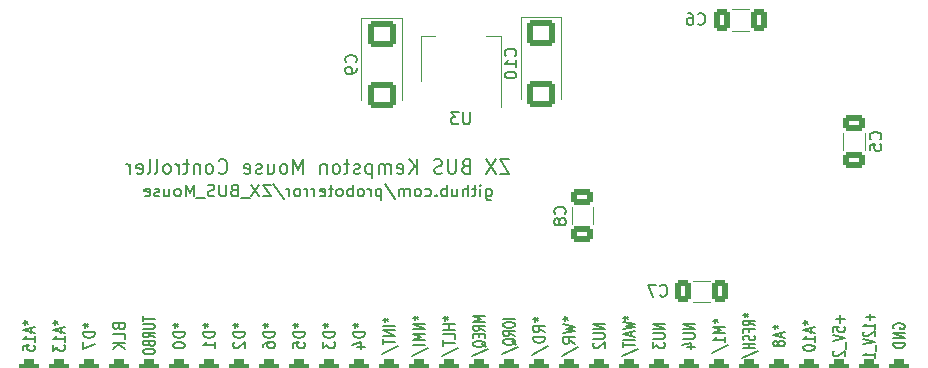
<source format=gbo>
G04 #@! TF.GenerationSoftware,KiCad,Pcbnew,7.0.10-148-g62bb553460*
G04 #@! TF.CreationDate,2024-02-04T12:13:55+03:00*
G04 #@! TF.ProjectId,ZX_BUS_Mouse,5a585f42-5553-45f4-9d6f-7573652e6b69,rev?*
G04 #@! TF.SameCoordinates,Original*
G04 #@! TF.FileFunction,Legend,Bot*
G04 #@! TF.FilePolarity,Positive*
%FSLAX46Y46*%
G04 Gerber Fmt 4.6, Leading zero omitted, Abs format (unit mm)*
G04 Created by KiCad (PCBNEW 7.0.10-148-g62bb553460) date 2024-02-04 12:13:55*
%MOMM*%
%LPD*%
G01*
G04 APERTURE LIST*
G04 Aperture macros list*
%AMRoundRect*
0 Rectangle with rounded corners*
0 $1 Rounding radius*
0 $2 $3 $4 $5 $6 $7 $8 $9 X,Y pos of 4 corners*
0 Add a 4 corners polygon primitive as box body*
4,1,4,$2,$3,$4,$5,$6,$7,$8,$9,$2,$3,0*
0 Add four circle primitives for the rounded corners*
1,1,$1+$1,$2,$3*
1,1,$1+$1,$4,$5*
1,1,$1+$1,$6,$7*
1,1,$1+$1,$8,$9*
0 Add four rect primitives between the rounded corners*
20,1,$1+$1,$2,$3,$4,$5,0*
20,1,$1+$1,$4,$5,$6,$7,0*
20,1,$1+$1,$6,$7,$8,$9,0*
20,1,$1+$1,$8,$9,$2,$3,0*%
G04 Aperture macros list end*
%ADD10C,0.150000*%
%ADD11C,0.170000*%
%ADD12C,0.120000*%
%ADD13R,1.600000X1.600000*%
%ADD14C,1.600000*%
%ADD15O,3.500000X2.000000*%
%ADD16O,2.000000X4.000000*%
%ADD17R,1.700000X1.700000*%
%ADD18O,1.700000X1.700000*%
%ADD19R,1.422400X1.422400*%
%ADD20C,1.422400*%
%ADD21RoundRect,0.250000X-0.600000X-0.600000X0.600000X-0.600000X0.600000X0.600000X-0.600000X0.600000X0*%
%ADD22C,1.700000*%
%ADD23RoundRect,0.250000X-0.412500X-0.650000X0.412500X-0.650000X0.412500X0.650000X-0.412500X0.650000X0*%
%ADD24R,1.500000X2.000000*%
%ADD25R,3.800000X2.000000*%
%ADD26RoundRect,0.250000X-0.925000X0.875000X-0.925000X-0.875000X0.925000X-0.875000X0.925000X0.875000X0*%
%ADD27RoundRect,0.250000X-0.650000X0.412500X-0.650000X-0.412500X0.650000X-0.412500X0.650000X0.412500X0*%
%ADD28RoundRect,0.250000X0.650000X-0.412500X0.650000X0.412500X-0.650000X0.412500X-0.650000X-0.412500X0*%
%ADD29RoundRect,0.425000X-0.425000X3.575000X-0.425000X-3.575000X0.425000X-3.575000X0.425000X3.575000X0*%
G04 APERTURE END LIST*
D10*
X78829819Y-138186429D02*
X79067914Y-138186429D01*
X78972676Y-137972143D02*
X79067914Y-138186429D01*
X79067914Y-138186429D02*
X78972676Y-138400714D01*
X79258390Y-138057857D02*
X79067914Y-138186429D01*
X79067914Y-138186429D02*
X79258390Y-138315000D01*
X79829819Y-138743571D02*
X78829819Y-138743571D01*
X78829819Y-138743571D02*
X78829819Y-138957857D01*
X78829819Y-138957857D02*
X78877438Y-139086428D01*
X78877438Y-139086428D02*
X78972676Y-139172143D01*
X78972676Y-139172143D02*
X79067914Y-139215000D01*
X79067914Y-139215000D02*
X79258390Y-139257857D01*
X79258390Y-139257857D02*
X79401247Y-139257857D01*
X79401247Y-139257857D02*
X79591723Y-139215000D01*
X79591723Y-139215000D02*
X79686961Y-139172143D01*
X79686961Y-139172143D02*
X79782200Y-139086428D01*
X79782200Y-139086428D02*
X79829819Y-138957857D01*
X79829819Y-138957857D02*
X79829819Y-138743571D01*
X78829819Y-139557857D02*
X78829819Y-140115000D01*
X78829819Y-140115000D02*
X79210771Y-139815000D01*
X79210771Y-139815000D02*
X79210771Y-139943571D01*
X79210771Y-139943571D02*
X79258390Y-140029286D01*
X79258390Y-140029286D02*
X79306009Y-140072143D01*
X79306009Y-140072143D02*
X79401247Y-140115000D01*
X79401247Y-140115000D02*
X79639342Y-140115000D01*
X79639342Y-140115000D02*
X79734580Y-140072143D01*
X79734580Y-140072143D02*
X79782200Y-140029286D01*
X79782200Y-140029286D02*
X79829819Y-139943571D01*
X79829819Y-139943571D02*
X79829819Y-139686428D01*
X79829819Y-139686428D02*
X79782200Y-139600714D01*
X79782200Y-139600714D02*
X79734580Y-139557857D01*
X81369819Y-138186429D02*
X81607914Y-138186429D01*
X81512676Y-137972143D02*
X81607914Y-138186429D01*
X81607914Y-138186429D02*
X81512676Y-138400714D01*
X81798390Y-138057857D02*
X81607914Y-138186429D01*
X81607914Y-138186429D02*
X81798390Y-138315000D01*
X82369819Y-138743571D02*
X81369819Y-138743571D01*
X81369819Y-138743571D02*
X81369819Y-138957857D01*
X81369819Y-138957857D02*
X81417438Y-139086428D01*
X81417438Y-139086428D02*
X81512676Y-139172143D01*
X81512676Y-139172143D02*
X81607914Y-139215000D01*
X81607914Y-139215000D02*
X81798390Y-139257857D01*
X81798390Y-139257857D02*
X81941247Y-139257857D01*
X81941247Y-139257857D02*
X82131723Y-139215000D01*
X82131723Y-139215000D02*
X82226961Y-139172143D01*
X82226961Y-139172143D02*
X82322200Y-139086428D01*
X82322200Y-139086428D02*
X82369819Y-138957857D01*
X82369819Y-138957857D02*
X82369819Y-138743571D01*
X81703152Y-140029286D02*
X82369819Y-140029286D01*
X81322200Y-139815000D02*
X82036485Y-139600714D01*
X82036485Y-139600714D02*
X82036485Y-140157857D01*
X116929819Y-138341190D02*
X117167914Y-138341190D01*
X117072676Y-138150714D02*
X117167914Y-138341190D01*
X117167914Y-138341190D02*
X117072676Y-138531667D01*
X117358390Y-138226905D02*
X117167914Y-138341190D01*
X117167914Y-138341190D02*
X117358390Y-138455476D01*
X117644104Y-138798333D02*
X117644104Y-139179286D01*
X117929819Y-138722143D02*
X116929819Y-138988810D01*
X116929819Y-138988810D02*
X117929819Y-139255476D01*
X117358390Y-139636428D02*
X117310771Y-139560238D01*
X117310771Y-139560238D02*
X117263152Y-139522143D01*
X117263152Y-139522143D02*
X117167914Y-139484047D01*
X117167914Y-139484047D02*
X117120295Y-139484047D01*
X117120295Y-139484047D02*
X117025057Y-139522143D01*
X117025057Y-139522143D02*
X116977438Y-139560238D01*
X116977438Y-139560238D02*
X116929819Y-139636428D01*
X116929819Y-139636428D02*
X116929819Y-139788809D01*
X116929819Y-139788809D02*
X116977438Y-139865000D01*
X116977438Y-139865000D02*
X117025057Y-139903095D01*
X117025057Y-139903095D02*
X117120295Y-139941190D01*
X117120295Y-139941190D02*
X117167914Y-139941190D01*
X117167914Y-139941190D02*
X117263152Y-139903095D01*
X117263152Y-139903095D02*
X117310771Y-139865000D01*
X117310771Y-139865000D02*
X117358390Y-139788809D01*
X117358390Y-139788809D02*
X117358390Y-139636428D01*
X117358390Y-139636428D02*
X117406009Y-139560238D01*
X117406009Y-139560238D02*
X117453628Y-139522143D01*
X117453628Y-139522143D02*
X117548866Y-139484047D01*
X117548866Y-139484047D02*
X117739342Y-139484047D01*
X117739342Y-139484047D02*
X117834580Y-139522143D01*
X117834580Y-139522143D02*
X117882200Y-139560238D01*
X117882200Y-139560238D02*
X117929819Y-139636428D01*
X117929819Y-139636428D02*
X117929819Y-139788809D01*
X117929819Y-139788809D02*
X117882200Y-139865000D01*
X117882200Y-139865000D02*
X117834580Y-139903095D01*
X117834580Y-139903095D02*
X117739342Y-139941190D01*
X117739342Y-139941190D02*
X117548866Y-139941190D01*
X117548866Y-139941190D02*
X117453628Y-139903095D01*
X117453628Y-139903095D02*
X117406009Y-139865000D01*
X117406009Y-139865000D02*
X117358390Y-139788809D01*
X92529819Y-137431667D02*
X91529819Y-137431667D01*
X91529819Y-137431667D02*
X92244104Y-137665001D01*
X92244104Y-137665001D02*
X91529819Y-137898334D01*
X91529819Y-137898334D02*
X92529819Y-137898334D01*
X92529819Y-138631667D02*
X92053628Y-138398334D01*
X92529819Y-138231667D02*
X91529819Y-138231667D01*
X91529819Y-138231667D02*
X91529819Y-138498334D01*
X91529819Y-138498334D02*
X91577438Y-138565001D01*
X91577438Y-138565001D02*
X91625057Y-138598334D01*
X91625057Y-138598334D02*
X91720295Y-138631667D01*
X91720295Y-138631667D02*
X91863152Y-138631667D01*
X91863152Y-138631667D02*
X91958390Y-138598334D01*
X91958390Y-138598334D02*
X92006009Y-138565001D01*
X92006009Y-138565001D02*
X92053628Y-138498334D01*
X92053628Y-138498334D02*
X92053628Y-138231667D01*
X92006009Y-138931667D02*
X92006009Y-139165001D01*
X92529819Y-139265001D02*
X92529819Y-138931667D01*
X92529819Y-138931667D02*
X91529819Y-138931667D01*
X91529819Y-138931667D02*
X91529819Y-139265001D01*
X92625057Y-140031667D02*
X92577438Y-139965000D01*
X92577438Y-139965000D02*
X92482200Y-139898334D01*
X92482200Y-139898334D02*
X92339342Y-139798334D01*
X92339342Y-139798334D02*
X92291723Y-139731667D01*
X92291723Y-139731667D02*
X92291723Y-139665000D01*
X92529819Y-139698334D02*
X92482200Y-139631667D01*
X92482200Y-139631667D02*
X92386961Y-139565000D01*
X92386961Y-139565000D02*
X92196485Y-139531667D01*
X92196485Y-139531667D02*
X91863152Y-139531667D01*
X91863152Y-139531667D02*
X91672676Y-139565000D01*
X91672676Y-139565000D02*
X91577438Y-139631667D01*
X91577438Y-139631667D02*
X91529819Y-139698334D01*
X91529819Y-139698334D02*
X91529819Y-139831667D01*
X91529819Y-139831667D02*
X91577438Y-139898334D01*
X91577438Y-139898334D02*
X91672676Y-139965000D01*
X91672676Y-139965000D02*
X91863152Y-139998334D01*
X91863152Y-139998334D02*
X92196485Y-139998334D01*
X92196485Y-139998334D02*
X92386961Y-139965000D01*
X92386961Y-139965000D02*
X92482200Y-139898334D01*
X92482200Y-139898334D02*
X92529819Y-139831667D01*
X92529819Y-139831667D02*
X92529819Y-139698334D01*
X91482200Y-140798333D02*
X92767914Y-140198333D01*
X110309819Y-138036429D02*
X109309819Y-138036429D01*
X109309819Y-138036429D02*
X110309819Y-138493572D01*
X110309819Y-138493572D02*
X109309819Y-138493572D01*
X109309819Y-138874524D02*
X110119342Y-138874524D01*
X110119342Y-138874524D02*
X110214580Y-138912619D01*
X110214580Y-138912619D02*
X110262200Y-138950714D01*
X110262200Y-138950714D02*
X110309819Y-139026905D01*
X110309819Y-139026905D02*
X110309819Y-139179286D01*
X110309819Y-139179286D02*
X110262200Y-139255476D01*
X110262200Y-139255476D02*
X110214580Y-139293571D01*
X110214580Y-139293571D02*
X110119342Y-139331667D01*
X110119342Y-139331667D02*
X109309819Y-139331667D01*
X109643152Y-140055476D02*
X110309819Y-140055476D01*
X109262200Y-139865000D02*
X109976485Y-139674523D01*
X109976485Y-139674523D02*
X109976485Y-140169762D01*
X96609819Y-137693572D02*
X96847914Y-137693572D01*
X96752676Y-137479286D02*
X96847914Y-137693572D01*
X96847914Y-137693572D02*
X96752676Y-137907857D01*
X97038390Y-137565000D02*
X96847914Y-137693572D01*
X96847914Y-137693572D02*
X97038390Y-137822143D01*
X97609819Y-138765000D02*
X97133628Y-138465000D01*
X97609819Y-138250714D02*
X96609819Y-138250714D01*
X96609819Y-138250714D02*
X96609819Y-138593571D01*
X96609819Y-138593571D02*
X96657438Y-138679286D01*
X96657438Y-138679286D02*
X96705057Y-138722143D01*
X96705057Y-138722143D02*
X96800295Y-138765000D01*
X96800295Y-138765000D02*
X96943152Y-138765000D01*
X96943152Y-138765000D02*
X97038390Y-138722143D01*
X97038390Y-138722143D02*
X97086009Y-138679286D01*
X97086009Y-138679286D02*
X97133628Y-138593571D01*
X97133628Y-138593571D02*
X97133628Y-138250714D01*
X97609819Y-139150714D02*
X96609819Y-139150714D01*
X96609819Y-139150714D02*
X96609819Y-139365000D01*
X96609819Y-139365000D02*
X96657438Y-139493571D01*
X96657438Y-139493571D02*
X96752676Y-139579286D01*
X96752676Y-139579286D02*
X96847914Y-139622143D01*
X96847914Y-139622143D02*
X97038390Y-139665000D01*
X97038390Y-139665000D02*
X97181247Y-139665000D01*
X97181247Y-139665000D02*
X97371723Y-139622143D01*
X97371723Y-139622143D02*
X97466961Y-139579286D01*
X97466961Y-139579286D02*
X97562200Y-139493571D01*
X97562200Y-139493571D02*
X97609819Y-139365000D01*
X97609819Y-139365000D02*
X97609819Y-139150714D01*
X96562200Y-140693571D02*
X97847914Y-139922143D01*
X55969819Y-137960237D02*
X56207914Y-137960237D01*
X56112676Y-137769761D02*
X56207914Y-137960237D01*
X56207914Y-137960237D02*
X56112676Y-138150714D01*
X56398390Y-137845952D02*
X56207914Y-137960237D01*
X56207914Y-137960237D02*
X56398390Y-138074523D01*
X56684104Y-138417380D02*
X56684104Y-138798333D01*
X56969819Y-138341190D02*
X55969819Y-138607857D01*
X55969819Y-138607857D02*
X56969819Y-138874523D01*
X56969819Y-139560237D02*
X56969819Y-139103094D01*
X56969819Y-139331666D02*
X55969819Y-139331666D01*
X55969819Y-139331666D02*
X56112676Y-139255475D01*
X56112676Y-139255475D02*
X56207914Y-139179285D01*
X56207914Y-139179285D02*
X56255533Y-139103094D01*
X55969819Y-139826904D02*
X55969819Y-140322142D01*
X55969819Y-140322142D02*
X56350771Y-140055476D01*
X56350771Y-140055476D02*
X56350771Y-140169761D01*
X56350771Y-140169761D02*
X56398390Y-140245952D01*
X56398390Y-140245952D02*
X56446009Y-140284047D01*
X56446009Y-140284047D02*
X56541247Y-140322142D01*
X56541247Y-140322142D02*
X56779342Y-140322142D01*
X56779342Y-140322142D02*
X56874580Y-140284047D01*
X56874580Y-140284047D02*
X56922200Y-140245952D01*
X56922200Y-140245952D02*
X56969819Y-140169761D01*
X56969819Y-140169761D02*
X56969819Y-139941190D01*
X56969819Y-139941190D02*
X56922200Y-139864999D01*
X56922200Y-139864999D02*
X56874580Y-139826904D01*
X99149819Y-137629286D02*
X99387914Y-137629286D01*
X99292676Y-137415000D02*
X99387914Y-137629286D01*
X99387914Y-137629286D02*
X99292676Y-137843571D01*
X99578390Y-137500714D02*
X99387914Y-137629286D01*
X99387914Y-137629286D02*
X99578390Y-137757857D01*
X99149819Y-138100714D02*
X100149819Y-138315000D01*
X100149819Y-138315000D02*
X99435533Y-138486428D01*
X99435533Y-138486428D02*
X100149819Y-138657857D01*
X100149819Y-138657857D02*
X99149819Y-138872143D01*
X100149819Y-139729285D02*
X99673628Y-139429285D01*
X100149819Y-139214999D02*
X99149819Y-139214999D01*
X99149819Y-139214999D02*
X99149819Y-139557856D01*
X99149819Y-139557856D02*
X99197438Y-139643571D01*
X99197438Y-139643571D02*
X99245057Y-139686428D01*
X99245057Y-139686428D02*
X99340295Y-139729285D01*
X99340295Y-139729285D02*
X99483152Y-139729285D01*
X99483152Y-139729285D02*
X99578390Y-139686428D01*
X99578390Y-139686428D02*
X99626009Y-139643571D01*
X99626009Y-139643571D02*
X99673628Y-139557856D01*
X99673628Y-139557856D02*
X99673628Y-139214999D01*
X99102200Y-140757856D02*
X100387914Y-139986428D01*
X125168866Y-137231666D02*
X125168866Y-137765000D01*
X125549819Y-137498333D02*
X124787914Y-137498333D01*
X125549819Y-138465000D02*
X125549819Y-138065000D01*
X125549819Y-138265000D02*
X124549819Y-138265000D01*
X124549819Y-138265000D02*
X124692676Y-138198333D01*
X124692676Y-138198333D02*
X124787914Y-138131667D01*
X124787914Y-138131667D02*
X124835533Y-138065000D01*
X124645057Y-138731667D02*
X124597438Y-138765000D01*
X124597438Y-138765000D02*
X124549819Y-138831667D01*
X124549819Y-138831667D02*
X124549819Y-138998334D01*
X124549819Y-138998334D02*
X124597438Y-139065000D01*
X124597438Y-139065000D02*
X124645057Y-139098334D01*
X124645057Y-139098334D02*
X124740295Y-139131667D01*
X124740295Y-139131667D02*
X124835533Y-139131667D01*
X124835533Y-139131667D02*
X124978390Y-139098334D01*
X124978390Y-139098334D02*
X125549819Y-138698334D01*
X125549819Y-138698334D02*
X125549819Y-139131667D01*
X124549819Y-139331667D02*
X125549819Y-139565001D01*
X125549819Y-139565001D02*
X124549819Y-139798334D01*
X125645057Y-139865001D02*
X125645057Y-140398334D01*
X125549819Y-140931667D02*
X125549819Y-140531667D01*
X125549819Y-140731667D02*
X124549819Y-140731667D01*
X124549819Y-140731667D02*
X124692676Y-140665000D01*
X124692676Y-140665000D02*
X124787914Y-140598334D01*
X124787914Y-140598334D02*
X124835533Y-140531667D01*
X127137438Y-138455476D02*
X127089819Y-138379286D01*
X127089819Y-138379286D02*
X127089819Y-138265000D01*
X127089819Y-138265000D02*
X127137438Y-138150714D01*
X127137438Y-138150714D02*
X127232676Y-138074524D01*
X127232676Y-138074524D02*
X127327914Y-138036429D01*
X127327914Y-138036429D02*
X127518390Y-137998333D01*
X127518390Y-137998333D02*
X127661247Y-137998333D01*
X127661247Y-137998333D02*
X127851723Y-138036429D01*
X127851723Y-138036429D02*
X127946961Y-138074524D01*
X127946961Y-138074524D02*
X128042200Y-138150714D01*
X128042200Y-138150714D02*
X128089819Y-138265000D01*
X128089819Y-138265000D02*
X128089819Y-138341191D01*
X128089819Y-138341191D02*
X128042200Y-138455476D01*
X128042200Y-138455476D02*
X127994580Y-138493572D01*
X127994580Y-138493572D02*
X127661247Y-138493572D01*
X127661247Y-138493572D02*
X127661247Y-138341191D01*
X128089819Y-138836429D02*
X127089819Y-138836429D01*
X127089819Y-138836429D02*
X128089819Y-139293572D01*
X128089819Y-139293572D02*
X127089819Y-139293572D01*
X128089819Y-139674524D02*
X127089819Y-139674524D01*
X127089819Y-139674524D02*
X127089819Y-139865000D01*
X127089819Y-139865000D02*
X127137438Y-139979286D01*
X127137438Y-139979286D02*
X127232676Y-140055476D01*
X127232676Y-140055476D02*
X127327914Y-140093571D01*
X127327914Y-140093571D02*
X127518390Y-140131667D01*
X127518390Y-140131667D02*
X127661247Y-140131667D01*
X127661247Y-140131667D02*
X127851723Y-140093571D01*
X127851723Y-140093571D02*
X127946961Y-140055476D01*
X127946961Y-140055476D02*
X128042200Y-139979286D01*
X128042200Y-139979286D02*
X128089819Y-139865000D01*
X128089819Y-139865000D02*
X128089819Y-139674524D01*
X68669819Y-138186429D02*
X68907914Y-138186429D01*
X68812676Y-137972143D02*
X68907914Y-138186429D01*
X68907914Y-138186429D02*
X68812676Y-138400714D01*
X69098390Y-138057857D02*
X68907914Y-138186429D01*
X68907914Y-138186429D02*
X69098390Y-138315000D01*
X69669819Y-138743571D02*
X68669819Y-138743571D01*
X68669819Y-138743571D02*
X68669819Y-138957857D01*
X68669819Y-138957857D02*
X68717438Y-139086428D01*
X68717438Y-139086428D02*
X68812676Y-139172143D01*
X68812676Y-139172143D02*
X68907914Y-139215000D01*
X68907914Y-139215000D02*
X69098390Y-139257857D01*
X69098390Y-139257857D02*
X69241247Y-139257857D01*
X69241247Y-139257857D02*
X69431723Y-139215000D01*
X69431723Y-139215000D02*
X69526961Y-139172143D01*
X69526961Y-139172143D02*
X69622200Y-139086428D01*
X69622200Y-139086428D02*
X69669819Y-138957857D01*
X69669819Y-138957857D02*
X69669819Y-138743571D01*
X69669819Y-140115000D02*
X69669819Y-139600714D01*
X69669819Y-139857857D02*
X68669819Y-139857857D01*
X68669819Y-139857857D02*
X68812676Y-139772143D01*
X68812676Y-139772143D02*
X68907914Y-139686428D01*
X68907914Y-139686428D02*
X68955533Y-139600714D01*
X83909819Y-137731666D02*
X84147914Y-137731666D01*
X84052676Y-137541190D02*
X84147914Y-137731666D01*
X84147914Y-137731666D02*
X84052676Y-137922143D01*
X84338390Y-137617381D02*
X84147914Y-137731666D01*
X84147914Y-137731666D02*
X84338390Y-137845952D01*
X84909819Y-138226905D02*
X83909819Y-138226905D01*
X84909819Y-138607857D02*
X83909819Y-138607857D01*
X83909819Y-138607857D02*
X84909819Y-139065000D01*
X84909819Y-139065000D02*
X83909819Y-139065000D01*
X83909819Y-139331666D02*
X83909819Y-139788809D01*
X84909819Y-139560237D02*
X83909819Y-139560237D01*
X83862200Y-140626904D02*
X85147914Y-139941190D01*
X95069819Y-137615000D02*
X94069819Y-137615000D01*
X94069819Y-138081667D02*
X94069819Y-138215000D01*
X94069819Y-138215000D02*
X94117438Y-138281667D01*
X94117438Y-138281667D02*
X94212676Y-138348333D01*
X94212676Y-138348333D02*
X94403152Y-138381667D01*
X94403152Y-138381667D02*
X94736485Y-138381667D01*
X94736485Y-138381667D02*
X94926961Y-138348333D01*
X94926961Y-138348333D02*
X95022200Y-138281667D01*
X95022200Y-138281667D02*
X95069819Y-138215000D01*
X95069819Y-138215000D02*
X95069819Y-138081667D01*
X95069819Y-138081667D02*
X95022200Y-138015000D01*
X95022200Y-138015000D02*
X94926961Y-137948333D01*
X94926961Y-137948333D02*
X94736485Y-137915000D01*
X94736485Y-137915000D02*
X94403152Y-137915000D01*
X94403152Y-137915000D02*
X94212676Y-137948333D01*
X94212676Y-137948333D02*
X94117438Y-138015000D01*
X94117438Y-138015000D02*
X94069819Y-138081667D01*
X95069819Y-139081666D02*
X94593628Y-138848333D01*
X95069819Y-138681666D02*
X94069819Y-138681666D01*
X94069819Y-138681666D02*
X94069819Y-138948333D01*
X94069819Y-138948333D02*
X94117438Y-139015000D01*
X94117438Y-139015000D02*
X94165057Y-139048333D01*
X94165057Y-139048333D02*
X94260295Y-139081666D01*
X94260295Y-139081666D02*
X94403152Y-139081666D01*
X94403152Y-139081666D02*
X94498390Y-139048333D01*
X94498390Y-139048333D02*
X94546009Y-139015000D01*
X94546009Y-139015000D02*
X94593628Y-138948333D01*
X94593628Y-138948333D02*
X94593628Y-138681666D01*
X95165057Y-139848333D02*
X95117438Y-139781666D01*
X95117438Y-139781666D02*
X95022200Y-139715000D01*
X95022200Y-139715000D02*
X94879342Y-139615000D01*
X94879342Y-139615000D02*
X94831723Y-139548333D01*
X94831723Y-139548333D02*
X94831723Y-139481666D01*
X95069819Y-139515000D02*
X95022200Y-139448333D01*
X95022200Y-139448333D02*
X94926961Y-139381666D01*
X94926961Y-139381666D02*
X94736485Y-139348333D01*
X94736485Y-139348333D02*
X94403152Y-139348333D01*
X94403152Y-139348333D02*
X94212676Y-139381666D01*
X94212676Y-139381666D02*
X94117438Y-139448333D01*
X94117438Y-139448333D02*
X94069819Y-139515000D01*
X94069819Y-139515000D02*
X94069819Y-139648333D01*
X94069819Y-139648333D02*
X94117438Y-139715000D01*
X94117438Y-139715000D02*
X94212676Y-139781666D01*
X94212676Y-139781666D02*
X94403152Y-139815000D01*
X94403152Y-139815000D02*
X94736485Y-139815000D01*
X94736485Y-139815000D02*
X94926961Y-139781666D01*
X94926961Y-139781666D02*
X95022200Y-139715000D01*
X95022200Y-139715000D02*
X95069819Y-139648333D01*
X95069819Y-139648333D02*
X95069819Y-139515000D01*
X94022200Y-140614999D02*
X95307914Y-140014999D01*
X73749819Y-138186429D02*
X73987914Y-138186429D01*
X73892676Y-137972143D02*
X73987914Y-138186429D01*
X73987914Y-138186429D02*
X73892676Y-138400714D01*
X74178390Y-138057857D02*
X73987914Y-138186429D01*
X73987914Y-138186429D02*
X74178390Y-138315000D01*
X74749819Y-138743571D02*
X73749819Y-138743571D01*
X73749819Y-138743571D02*
X73749819Y-138957857D01*
X73749819Y-138957857D02*
X73797438Y-139086428D01*
X73797438Y-139086428D02*
X73892676Y-139172143D01*
X73892676Y-139172143D02*
X73987914Y-139215000D01*
X73987914Y-139215000D02*
X74178390Y-139257857D01*
X74178390Y-139257857D02*
X74321247Y-139257857D01*
X74321247Y-139257857D02*
X74511723Y-139215000D01*
X74511723Y-139215000D02*
X74606961Y-139172143D01*
X74606961Y-139172143D02*
X74702200Y-139086428D01*
X74702200Y-139086428D02*
X74749819Y-138957857D01*
X74749819Y-138957857D02*
X74749819Y-138743571D01*
X73749819Y-140029286D02*
X73749819Y-139857857D01*
X73749819Y-139857857D02*
X73797438Y-139772143D01*
X73797438Y-139772143D02*
X73845057Y-139729286D01*
X73845057Y-139729286D02*
X73987914Y-139643571D01*
X73987914Y-139643571D02*
X74178390Y-139600714D01*
X74178390Y-139600714D02*
X74559342Y-139600714D01*
X74559342Y-139600714D02*
X74654580Y-139643571D01*
X74654580Y-139643571D02*
X74702200Y-139686428D01*
X74702200Y-139686428D02*
X74749819Y-139772143D01*
X74749819Y-139772143D02*
X74749819Y-139943571D01*
X74749819Y-139943571D02*
X74702200Y-140029286D01*
X74702200Y-140029286D02*
X74654580Y-140072143D01*
X74654580Y-140072143D02*
X74559342Y-140115000D01*
X74559342Y-140115000D02*
X74321247Y-140115000D01*
X74321247Y-140115000D02*
X74226009Y-140072143D01*
X74226009Y-140072143D02*
X74178390Y-140029286D01*
X74178390Y-140029286D02*
X74130771Y-139943571D01*
X74130771Y-139943571D02*
X74130771Y-139772143D01*
X74130771Y-139772143D02*
X74178390Y-139686428D01*
X74178390Y-139686428D02*
X74226009Y-139643571D01*
X74226009Y-139643571D02*
X74321247Y-139600714D01*
X63589819Y-137431667D02*
X63589819Y-137831667D01*
X64589819Y-137631667D02*
X63589819Y-137631667D01*
X63589819Y-138065000D02*
X64399342Y-138065000D01*
X64399342Y-138065000D02*
X64494580Y-138098334D01*
X64494580Y-138098334D02*
X64542200Y-138131667D01*
X64542200Y-138131667D02*
X64589819Y-138198334D01*
X64589819Y-138198334D02*
X64589819Y-138331667D01*
X64589819Y-138331667D02*
X64542200Y-138398334D01*
X64542200Y-138398334D02*
X64494580Y-138431667D01*
X64494580Y-138431667D02*
X64399342Y-138465000D01*
X64399342Y-138465000D02*
X63589819Y-138465000D01*
X64589819Y-139198333D02*
X64113628Y-138965000D01*
X64589819Y-138798333D02*
X63589819Y-138798333D01*
X63589819Y-138798333D02*
X63589819Y-139065000D01*
X63589819Y-139065000D02*
X63637438Y-139131667D01*
X63637438Y-139131667D02*
X63685057Y-139165000D01*
X63685057Y-139165000D02*
X63780295Y-139198333D01*
X63780295Y-139198333D02*
X63923152Y-139198333D01*
X63923152Y-139198333D02*
X64018390Y-139165000D01*
X64018390Y-139165000D02*
X64066009Y-139131667D01*
X64066009Y-139131667D02*
X64113628Y-139065000D01*
X64113628Y-139065000D02*
X64113628Y-138798333D01*
X64066009Y-139731667D02*
X64113628Y-139831667D01*
X64113628Y-139831667D02*
X64161247Y-139865000D01*
X64161247Y-139865000D02*
X64256485Y-139898333D01*
X64256485Y-139898333D02*
X64399342Y-139898333D01*
X64399342Y-139898333D02*
X64494580Y-139865000D01*
X64494580Y-139865000D02*
X64542200Y-139831667D01*
X64542200Y-139831667D02*
X64589819Y-139765000D01*
X64589819Y-139765000D02*
X64589819Y-139498333D01*
X64589819Y-139498333D02*
X63589819Y-139498333D01*
X63589819Y-139498333D02*
X63589819Y-139731667D01*
X63589819Y-139731667D02*
X63637438Y-139798333D01*
X63637438Y-139798333D02*
X63685057Y-139831667D01*
X63685057Y-139831667D02*
X63780295Y-139865000D01*
X63780295Y-139865000D02*
X63875533Y-139865000D01*
X63875533Y-139865000D02*
X63970771Y-139831667D01*
X63970771Y-139831667D02*
X64018390Y-139798333D01*
X64018390Y-139798333D02*
X64066009Y-139731667D01*
X64066009Y-139731667D02*
X64066009Y-139498333D01*
X63589819Y-140331667D02*
X63589819Y-140465000D01*
X63589819Y-140465000D02*
X63637438Y-140531667D01*
X63637438Y-140531667D02*
X63732676Y-140598333D01*
X63732676Y-140598333D02*
X63923152Y-140631667D01*
X63923152Y-140631667D02*
X64256485Y-140631667D01*
X64256485Y-140631667D02*
X64446961Y-140598333D01*
X64446961Y-140598333D02*
X64542200Y-140531667D01*
X64542200Y-140531667D02*
X64589819Y-140465000D01*
X64589819Y-140465000D02*
X64589819Y-140331667D01*
X64589819Y-140331667D02*
X64542200Y-140265000D01*
X64542200Y-140265000D02*
X64446961Y-140198333D01*
X64446961Y-140198333D02*
X64256485Y-140165000D01*
X64256485Y-140165000D02*
X63923152Y-140165000D01*
X63923152Y-140165000D02*
X63732676Y-140198333D01*
X63732676Y-140198333D02*
X63637438Y-140265000D01*
X63637438Y-140265000D02*
X63589819Y-140331667D01*
X53429819Y-137960237D02*
X53667914Y-137960237D01*
X53572676Y-137769761D02*
X53667914Y-137960237D01*
X53667914Y-137960237D02*
X53572676Y-138150714D01*
X53858390Y-137845952D02*
X53667914Y-137960237D01*
X53667914Y-137960237D02*
X53858390Y-138074523D01*
X54144104Y-138417380D02*
X54144104Y-138798333D01*
X54429819Y-138341190D02*
X53429819Y-138607857D01*
X53429819Y-138607857D02*
X54429819Y-138874523D01*
X54429819Y-139560237D02*
X54429819Y-139103094D01*
X54429819Y-139331666D02*
X53429819Y-139331666D01*
X53429819Y-139331666D02*
X53572676Y-139255475D01*
X53572676Y-139255475D02*
X53667914Y-139179285D01*
X53667914Y-139179285D02*
X53715533Y-139103094D01*
X53429819Y-140284047D02*
X53429819Y-139903095D01*
X53429819Y-139903095D02*
X53906009Y-139864999D01*
X53906009Y-139864999D02*
X53858390Y-139903095D01*
X53858390Y-139903095D02*
X53810771Y-139979285D01*
X53810771Y-139979285D02*
X53810771Y-140169761D01*
X53810771Y-140169761D02*
X53858390Y-140245952D01*
X53858390Y-140245952D02*
X53906009Y-140284047D01*
X53906009Y-140284047D02*
X54001247Y-140322142D01*
X54001247Y-140322142D02*
X54239342Y-140322142D01*
X54239342Y-140322142D02*
X54334580Y-140284047D01*
X54334580Y-140284047D02*
X54382200Y-140245952D01*
X54382200Y-140245952D02*
X54429819Y-140169761D01*
X54429819Y-140169761D02*
X54429819Y-139979285D01*
X54429819Y-139979285D02*
X54382200Y-139903095D01*
X54382200Y-139903095D02*
X54334580Y-139864999D01*
X61526009Y-138315000D02*
X61573628Y-138443572D01*
X61573628Y-138443572D02*
X61621247Y-138486429D01*
X61621247Y-138486429D02*
X61716485Y-138529286D01*
X61716485Y-138529286D02*
X61859342Y-138529286D01*
X61859342Y-138529286D02*
X61954580Y-138486429D01*
X61954580Y-138486429D02*
X62002200Y-138443572D01*
X62002200Y-138443572D02*
X62049819Y-138357857D01*
X62049819Y-138357857D02*
X62049819Y-138015000D01*
X62049819Y-138015000D02*
X61049819Y-138015000D01*
X61049819Y-138015000D02*
X61049819Y-138315000D01*
X61049819Y-138315000D02*
X61097438Y-138400715D01*
X61097438Y-138400715D02*
X61145057Y-138443572D01*
X61145057Y-138443572D02*
X61240295Y-138486429D01*
X61240295Y-138486429D02*
X61335533Y-138486429D01*
X61335533Y-138486429D02*
X61430771Y-138443572D01*
X61430771Y-138443572D02*
X61478390Y-138400715D01*
X61478390Y-138400715D02*
X61526009Y-138315000D01*
X61526009Y-138315000D02*
X61526009Y-138015000D01*
X62049819Y-139343572D02*
X62049819Y-138915000D01*
X62049819Y-138915000D02*
X61049819Y-138915000D01*
X62049819Y-139643571D02*
X61049819Y-139643571D01*
X62049819Y-140157857D02*
X61478390Y-139772143D01*
X61049819Y-140157857D02*
X61621247Y-139643571D01*
X107769819Y-138036429D02*
X106769819Y-138036429D01*
X106769819Y-138036429D02*
X107769819Y-138493572D01*
X107769819Y-138493572D02*
X106769819Y-138493572D01*
X106769819Y-138874524D02*
X107579342Y-138874524D01*
X107579342Y-138874524D02*
X107674580Y-138912619D01*
X107674580Y-138912619D02*
X107722200Y-138950714D01*
X107722200Y-138950714D02*
X107769819Y-139026905D01*
X107769819Y-139026905D02*
X107769819Y-139179286D01*
X107769819Y-139179286D02*
X107722200Y-139255476D01*
X107722200Y-139255476D02*
X107674580Y-139293571D01*
X107674580Y-139293571D02*
X107579342Y-139331667D01*
X107579342Y-139331667D02*
X106769819Y-139331667D01*
X106769819Y-139636428D02*
X106769819Y-140131666D01*
X106769819Y-140131666D02*
X107150771Y-139865000D01*
X107150771Y-139865000D02*
X107150771Y-139979285D01*
X107150771Y-139979285D02*
X107198390Y-140055476D01*
X107198390Y-140055476D02*
X107246009Y-140093571D01*
X107246009Y-140093571D02*
X107341247Y-140131666D01*
X107341247Y-140131666D02*
X107579342Y-140131666D01*
X107579342Y-140131666D02*
X107674580Y-140093571D01*
X107674580Y-140093571D02*
X107722200Y-140055476D01*
X107722200Y-140055476D02*
X107769819Y-139979285D01*
X107769819Y-139979285D02*
X107769819Y-139750714D01*
X107769819Y-139750714D02*
X107722200Y-139674523D01*
X107722200Y-139674523D02*
X107674580Y-139636428D01*
X66129819Y-138186429D02*
X66367914Y-138186429D01*
X66272676Y-137972143D02*
X66367914Y-138186429D01*
X66367914Y-138186429D02*
X66272676Y-138400714D01*
X66558390Y-138057857D02*
X66367914Y-138186429D01*
X66367914Y-138186429D02*
X66558390Y-138315000D01*
X67129819Y-138743571D02*
X66129819Y-138743571D01*
X66129819Y-138743571D02*
X66129819Y-138957857D01*
X66129819Y-138957857D02*
X66177438Y-139086428D01*
X66177438Y-139086428D02*
X66272676Y-139172143D01*
X66272676Y-139172143D02*
X66367914Y-139215000D01*
X66367914Y-139215000D02*
X66558390Y-139257857D01*
X66558390Y-139257857D02*
X66701247Y-139257857D01*
X66701247Y-139257857D02*
X66891723Y-139215000D01*
X66891723Y-139215000D02*
X66986961Y-139172143D01*
X66986961Y-139172143D02*
X67082200Y-139086428D01*
X67082200Y-139086428D02*
X67129819Y-138957857D01*
X67129819Y-138957857D02*
X67129819Y-138743571D01*
X66129819Y-139815000D02*
X66129819Y-139900714D01*
X66129819Y-139900714D02*
X66177438Y-139986428D01*
X66177438Y-139986428D02*
X66225057Y-140029286D01*
X66225057Y-140029286D02*
X66320295Y-140072143D01*
X66320295Y-140072143D02*
X66510771Y-140115000D01*
X66510771Y-140115000D02*
X66748866Y-140115000D01*
X66748866Y-140115000D02*
X66939342Y-140072143D01*
X66939342Y-140072143D02*
X67034580Y-140029286D01*
X67034580Y-140029286D02*
X67082200Y-139986428D01*
X67082200Y-139986428D02*
X67129819Y-139900714D01*
X67129819Y-139900714D02*
X67129819Y-139815000D01*
X67129819Y-139815000D02*
X67082200Y-139729286D01*
X67082200Y-139729286D02*
X67034580Y-139686428D01*
X67034580Y-139686428D02*
X66939342Y-139643571D01*
X66939342Y-139643571D02*
X66748866Y-139600714D01*
X66748866Y-139600714D02*
X66510771Y-139600714D01*
X66510771Y-139600714D02*
X66320295Y-139643571D01*
X66320295Y-139643571D02*
X66225057Y-139686428D01*
X66225057Y-139686428D02*
X66177438Y-139729286D01*
X66177438Y-139729286D02*
X66129819Y-139815000D01*
X71209819Y-138186429D02*
X71447914Y-138186429D01*
X71352676Y-137972143D02*
X71447914Y-138186429D01*
X71447914Y-138186429D02*
X71352676Y-138400714D01*
X71638390Y-138057857D02*
X71447914Y-138186429D01*
X71447914Y-138186429D02*
X71638390Y-138315000D01*
X72209819Y-138743571D02*
X71209819Y-138743571D01*
X71209819Y-138743571D02*
X71209819Y-138957857D01*
X71209819Y-138957857D02*
X71257438Y-139086428D01*
X71257438Y-139086428D02*
X71352676Y-139172143D01*
X71352676Y-139172143D02*
X71447914Y-139215000D01*
X71447914Y-139215000D02*
X71638390Y-139257857D01*
X71638390Y-139257857D02*
X71781247Y-139257857D01*
X71781247Y-139257857D02*
X71971723Y-139215000D01*
X71971723Y-139215000D02*
X72066961Y-139172143D01*
X72066961Y-139172143D02*
X72162200Y-139086428D01*
X72162200Y-139086428D02*
X72209819Y-138957857D01*
X72209819Y-138957857D02*
X72209819Y-138743571D01*
X71305057Y-139600714D02*
X71257438Y-139643571D01*
X71257438Y-139643571D02*
X71209819Y-139729286D01*
X71209819Y-139729286D02*
X71209819Y-139943571D01*
X71209819Y-139943571D02*
X71257438Y-140029286D01*
X71257438Y-140029286D02*
X71305057Y-140072143D01*
X71305057Y-140072143D02*
X71400295Y-140115000D01*
X71400295Y-140115000D02*
X71495533Y-140115000D01*
X71495533Y-140115000D02*
X71638390Y-140072143D01*
X71638390Y-140072143D02*
X72209819Y-139557857D01*
X72209819Y-139557857D02*
X72209819Y-140115000D01*
D11*
X94616729Y-124144302D02*
X93816729Y-124144302D01*
X93816729Y-124144302D02*
X94616729Y-125344302D01*
X94616729Y-125344302D02*
X93816729Y-125344302D01*
X93473872Y-124144302D02*
X92673872Y-125344302D01*
X92673872Y-124144302D02*
X93473872Y-125344302D01*
X90902443Y-124715731D02*
X90731015Y-124772874D01*
X90731015Y-124772874D02*
X90673872Y-124830017D01*
X90673872Y-124830017D02*
X90616729Y-124944302D01*
X90616729Y-124944302D02*
X90616729Y-125115731D01*
X90616729Y-125115731D02*
X90673872Y-125230017D01*
X90673872Y-125230017D02*
X90731015Y-125287160D01*
X90731015Y-125287160D02*
X90845300Y-125344302D01*
X90845300Y-125344302D02*
X91302443Y-125344302D01*
X91302443Y-125344302D02*
X91302443Y-124144302D01*
X91302443Y-124144302D02*
X90902443Y-124144302D01*
X90902443Y-124144302D02*
X90788158Y-124201445D01*
X90788158Y-124201445D02*
X90731015Y-124258588D01*
X90731015Y-124258588D02*
X90673872Y-124372874D01*
X90673872Y-124372874D02*
X90673872Y-124487160D01*
X90673872Y-124487160D02*
X90731015Y-124601445D01*
X90731015Y-124601445D02*
X90788158Y-124658588D01*
X90788158Y-124658588D02*
X90902443Y-124715731D01*
X90902443Y-124715731D02*
X91302443Y-124715731D01*
X90102443Y-124144302D02*
X90102443Y-125115731D01*
X90102443Y-125115731D02*
X90045300Y-125230017D01*
X90045300Y-125230017D02*
X89988158Y-125287160D01*
X89988158Y-125287160D02*
X89873872Y-125344302D01*
X89873872Y-125344302D02*
X89645300Y-125344302D01*
X89645300Y-125344302D02*
X89531015Y-125287160D01*
X89531015Y-125287160D02*
X89473872Y-125230017D01*
X89473872Y-125230017D02*
X89416729Y-125115731D01*
X89416729Y-125115731D02*
X89416729Y-124144302D01*
X88902443Y-125287160D02*
X88731015Y-125344302D01*
X88731015Y-125344302D02*
X88445300Y-125344302D01*
X88445300Y-125344302D02*
X88331015Y-125287160D01*
X88331015Y-125287160D02*
X88273872Y-125230017D01*
X88273872Y-125230017D02*
X88216729Y-125115731D01*
X88216729Y-125115731D02*
X88216729Y-125001445D01*
X88216729Y-125001445D02*
X88273872Y-124887160D01*
X88273872Y-124887160D02*
X88331015Y-124830017D01*
X88331015Y-124830017D02*
X88445300Y-124772874D01*
X88445300Y-124772874D02*
X88673872Y-124715731D01*
X88673872Y-124715731D02*
X88788157Y-124658588D01*
X88788157Y-124658588D02*
X88845300Y-124601445D01*
X88845300Y-124601445D02*
X88902443Y-124487160D01*
X88902443Y-124487160D02*
X88902443Y-124372874D01*
X88902443Y-124372874D02*
X88845300Y-124258588D01*
X88845300Y-124258588D02*
X88788157Y-124201445D01*
X88788157Y-124201445D02*
X88673872Y-124144302D01*
X88673872Y-124144302D02*
X88388157Y-124144302D01*
X88388157Y-124144302D02*
X88216729Y-124201445D01*
X86788157Y-125344302D02*
X86788157Y-124144302D01*
X86102443Y-125344302D02*
X86616729Y-124658588D01*
X86102443Y-124144302D02*
X86788157Y-124830017D01*
X85131014Y-125287160D02*
X85245300Y-125344302D01*
X85245300Y-125344302D02*
X85473872Y-125344302D01*
X85473872Y-125344302D02*
X85588157Y-125287160D01*
X85588157Y-125287160D02*
X85645300Y-125172874D01*
X85645300Y-125172874D02*
X85645300Y-124715731D01*
X85645300Y-124715731D02*
X85588157Y-124601445D01*
X85588157Y-124601445D02*
X85473872Y-124544302D01*
X85473872Y-124544302D02*
X85245300Y-124544302D01*
X85245300Y-124544302D02*
X85131014Y-124601445D01*
X85131014Y-124601445D02*
X85073872Y-124715731D01*
X85073872Y-124715731D02*
X85073872Y-124830017D01*
X85073872Y-124830017D02*
X85645300Y-124944302D01*
X84559586Y-125344302D02*
X84559586Y-124544302D01*
X84559586Y-124658588D02*
X84502443Y-124601445D01*
X84502443Y-124601445D02*
X84388158Y-124544302D01*
X84388158Y-124544302D02*
X84216729Y-124544302D01*
X84216729Y-124544302D02*
X84102443Y-124601445D01*
X84102443Y-124601445D02*
X84045301Y-124715731D01*
X84045301Y-124715731D02*
X84045301Y-125344302D01*
X84045301Y-124715731D02*
X83988158Y-124601445D01*
X83988158Y-124601445D02*
X83873872Y-124544302D01*
X83873872Y-124544302D02*
X83702443Y-124544302D01*
X83702443Y-124544302D02*
X83588158Y-124601445D01*
X83588158Y-124601445D02*
X83531015Y-124715731D01*
X83531015Y-124715731D02*
X83531015Y-125344302D01*
X82959586Y-124544302D02*
X82959586Y-125744302D01*
X82959586Y-124601445D02*
X82845301Y-124544302D01*
X82845301Y-124544302D02*
X82616729Y-124544302D01*
X82616729Y-124544302D02*
X82502443Y-124601445D01*
X82502443Y-124601445D02*
X82445301Y-124658588D01*
X82445301Y-124658588D02*
X82388158Y-124772874D01*
X82388158Y-124772874D02*
X82388158Y-125115731D01*
X82388158Y-125115731D02*
X82445301Y-125230017D01*
X82445301Y-125230017D02*
X82502443Y-125287160D01*
X82502443Y-125287160D02*
X82616729Y-125344302D01*
X82616729Y-125344302D02*
X82845301Y-125344302D01*
X82845301Y-125344302D02*
X82959586Y-125287160D01*
X81931015Y-125287160D02*
X81816729Y-125344302D01*
X81816729Y-125344302D02*
X81588158Y-125344302D01*
X81588158Y-125344302D02*
X81473872Y-125287160D01*
X81473872Y-125287160D02*
X81416729Y-125172874D01*
X81416729Y-125172874D02*
X81416729Y-125115731D01*
X81416729Y-125115731D02*
X81473872Y-125001445D01*
X81473872Y-125001445D02*
X81588158Y-124944302D01*
X81588158Y-124944302D02*
X81759587Y-124944302D01*
X81759587Y-124944302D02*
X81873872Y-124887160D01*
X81873872Y-124887160D02*
X81931015Y-124772874D01*
X81931015Y-124772874D02*
X81931015Y-124715731D01*
X81931015Y-124715731D02*
X81873872Y-124601445D01*
X81873872Y-124601445D02*
X81759587Y-124544302D01*
X81759587Y-124544302D02*
X81588158Y-124544302D01*
X81588158Y-124544302D02*
X81473872Y-124601445D01*
X81073872Y-124544302D02*
X80616729Y-124544302D01*
X80902443Y-124144302D02*
X80902443Y-125172874D01*
X80902443Y-125172874D02*
X80845300Y-125287160D01*
X80845300Y-125287160D02*
X80731015Y-125344302D01*
X80731015Y-125344302D02*
X80616729Y-125344302D01*
X80045301Y-125344302D02*
X80159586Y-125287160D01*
X80159586Y-125287160D02*
X80216729Y-125230017D01*
X80216729Y-125230017D02*
X80273872Y-125115731D01*
X80273872Y-125115731D02*
X80273872Y-124772874D01*
X80273872Y-124772874D02*
X80216729Y-124658588D01*
X80216729Y-124658588D02*
X80159586Y-124601445D01*
X80159586Y-124601445D02*
X80045301Y-124544302D01*
X80045301Y-124544302D02*
X79873872Y-124544302D01*
X79873872Y-124544302D02*
X79759586Y-124601445D01*
X79759586Y-124601445D02*
X79702444Y-124658588D01*
X79702444Y-124658588D02*
X79645301Y-124772874D01*
X79645301Y-124772874D02*
X79645301Y-125115731D01*
X79645301Y-125115731D02*
X79702444Y-125230017D01*
X79702444Y-125230017D02*
X79759586Y-125287160D01*
X79759586Y-125287160D02*
X79873872Y-125344302D01*
X79873872Y-125344302D02*
X80045301Y-125344302D01*
X79131015Y-124544302D02*
X79131015Y-125344302D01*
X79131015Y-124658588D02*
X79073872Y-124601445D01*
X79073872Y-124601445D02*
X78959587Y-124544302D01*
X78959587Y-124544302D02*
X78788158Y-124544302D01*
X78788158Y-124544302D02*
X78673872Y-124601445D01*
X78673872Y-124601445D02*
X78616730Y-124715731D01*
X78616730Y-124715731D02*
X78616730Y-125344302D01*
X77131015Y-125344302D02*
X77131015Y-124144302D01*
X77131015Y-124144302D02*
X76731015Y-125001445D01*
X76731015Y-125001445D02*
X76331015Y-124144302D01*
X76331015Y-124144302D02*
X76331015Y-125344302D01*
X75588158Y-125344302D02*
X75702443Y-125287160D01*
X75702443Y-125287160D02*
X75759586Y-125230017D01*
X75759586Y-125230017D02*
X75816729Y-125115731D01*
X75816729Y-125115731D02*
X75816729Y-124772874D01*
X75816729Y-124772874D02*
X75759586Y-124658588D01*
X75759586Y-124658588D02*
X75702443Y-124601445D01*
X75702443Y-124601445D02*
X75588158Y-124544302D01*
X75588158Y-124544302D02*
X75416729Y-124544302D01*
X75416729Y-124544302D02*
X75302443Y-124601445D01*
X75302443Y-124601445D02*
X75245301Y-124658588D01*
X75245301Y-124658588D02*
X75188158Y-124772874D01*
X75188158Y-124772874D02*
X75188158Y-125115731D01*
X75188158Y-125115731D02*
X75245301Y-125230017D01*
X75245301Y-125230017D02*
X75302443Y-125287160D01*
X75302443Y-125287160D02*
X75416729Y-125344302D01*
X75416729Y-125344302D02*
X75588158Y-125344302D01*
X74159587Y-124544302D02*
X74159587Y-125344302D01*
X74673872Y-124544302D02*
X74673872Y-125172874D01*
X74673872Y-125172874D02*
X74616729Y-125287160D01*
X74616729Y-125287160D02*
X74502444Y-125344302D01*
X74502444Y-125344302D02*
X74331015Y-125344302D01*
X74331015Y-125344302D02*
X74216729Y-125287160D01*
X74216729Y-125287160D02*
X74159587Y-125230017D01*
X73645301Y-125287160D02*
X73531015Y-125344302D01*
X73531015Y-125344302D02*
X73302444Y-125344302D01*
X73302444Y-125344302D02*
X73188158Y-125287160D01*
X73188158Y-125287160D02*
X73131015Y-125172874D01*
X73131015Y-125172874D02*
X73131015Y-125115731D01*
X73131015Y-125115731D02*
X73188158Y-125001445D01*
X73188158Y-125001445D02*
X73302444Y-124944302D01*
X73302444Y-124944302D02*
X73473873Y-124944302D01*
X73473873Y-124944302D02*
X73588158Y-124887160D01*
X73588158Y-124887160D02*
X73645301Y-124772874D01*
X73645301Y-124772874D02*
X73645301Y-124715731D01*
X73645301Y-124715731D02*
X73588158Y-124601445D01*
X73588158Y-124601445D02*
X73473873Y-124544302D01*
X73473873Y-124544302D02*
X73302444Y-124544302D01*
X73302444Y-124544302D02*
X73188158Y-124601445D01*
X72159586Y-125287160D02*
X72273872Y-125344302D01*
X72273872Y-125344302D02*
X72502444Y-125344302D01*
X72502444Y-125344302D02*
X72616729Y-125287160D01*
X72616729Y-125287160D02*
X72673872Y-125172874D01*
X72673872Y-125172874D02*
X72673872Y-124715731D01*
X72673872Y-124715731D02*
X72616729Y-124601445D01*
X72616729Y-124601445D02*
X72502444Y-124544302D01*
X72502444Y-124544302D02*
X72273872Y-124544302D01*
X72273872Y-124544302D02*
X72159586Y-124601445D01*
X72159586Y-124601445D02*
X72102444Y-124715731D01*
X72102444Y-124715731D02*
X72102444Y-124830017D01*
X72102444Y-124830017D02*
X72673872Y-124944302D01*
X69988158Y-125230017D02*
X70045301Y-125287160D01*
X70045301Y-125287160D02*
X70216729Y-125344302D01*
X70216729Y-125344302D02*
X70331015Y-125344302D01*
X70331015Y-125344302D02*
X70502444Y-125287160D01*
X70502444Y-125287160D02*
X70616729Y-125172874D01*
X70616729Y-125172874D02*
X70673872Y-125058588D01*
X70673872Y-125058588D02*
X70731015Y-124830017D01*
X70731015Y-124830017D02*
X70731015Y-124658588D01*
X70731015Y-124658588D02*
X70673872Y-124430017D01*
X70673872Y-124430017D02*
X70616729Y-124315731D01*
X70616729Y-124315731D02*
X70502444Y-124201445D01*
X70502444Y-124201445D02*
X70331015Y-124144302D01*
X70331015Y-124144302D02*
X70216729Y-124144302D01*
X70216729Y-124144302D02*
X70045301Y-124201445D01*
X70045301Y-124201445D02*
X69988158Y-124258588D01*
X69302444Y-125344302D02*
X69416729Y-125287160D01*
X69416729Y-125287160D02*
X69473872Y-125230017D01*
X69473872Y-125230017D02*
X69531015Y-125115731D01*
X69531015Y-125115731D02*
X69531015Y-124772874D01*
X69531015Y-124772874D02*
X69473872Y-124658588D01*
X69473872Y-124658588D02*
X69416729Y-124601445D01*
X69416729Y-124601445D02*
X69302444Y-124544302D01*
X69302444Y-124544302D02*
X69131015Y-124544302D01*
X69131015Y-124544302D02*
X69016729Y-124601445D01*
X69016729Y-124601445D02*
X68959587Y-124658588D01*
X68959587Y-124658588D02*
X68902444Y-124772874D01*
X68902444Y-124772874D02*
X68902444Y-125115731D01*
X68902444Y-125115731D02*
X68959587Y-125230017D01*
X68959587Y-125230017D02*
X69016729Y-125287160D01*
X69016729Y-125287160D02*
X69131015Y-125344302D01*
X69131015Y-125344302D02*
X69302444Y-125344302D01*
X68388158Y-124544302D02*
X68388158Y-125344302D01*
X68388158Y-124658588D02*
X68331015Y-124601445D01*
X68331015Y-124601445D02*
X68216730Y-124544302D01*
X68216730Y-124544302D02*
X68045301Y-124544302D01*
X68045301Y-124544302D02*
X67931015Y-124601445D01*
X67931015Y-124601445D02*
X67873873Y-124715731D01*
X67873873Y-124715731D02*
X67873873Y-125344302D01*
X67473873Y-124544302D02*
X67016730Y-124544302D01*
X67302444Y-124144302D02*
X67302444Y-125172874D01*
X67302444Y-125172874D02*
X67245301Y-125287160D01*
X67245301Y-125287160D02*
X67131016Y-125344302D01*
X67131016Y-125344302D02*
X67016730Y-125344302D01*
X66616730Y-125344302D02*
X66616730Y-124544302D01*
X66616730Y-124772874D02*
X66559587Y-124658588D01*
X66559587Y-124658588D02*
X66502445Y-124601445D01*
X66502445Y-124601445D02*
X66388159Y-124544302D01*
X66388159Y-124544302D02*
X66273873Y-124544302D01*
X65702445Y-125344302D02*
X65816730Y-125287160D01*
X65816730Y-125287160D02*
X65873873Y-125230017D01*
X65873873Y-125230017D02*
X65931016Y-125115731D01*
X65931016Y-125115731D02*
X65931016Y-124772874D01*
X65931016Y-124772874D02*
X65873873Y-124658588D01*
X65873873Y-124658588D02*
X65816730Y-124601445D01*
X65816730Y-124601445D02*
X65702445Y-124544302D01*
X65702445Y-124544302D02*
X65531016Y-124544302D01*
X65531016Y-124544302D02*
X65416730Y-124601445D01*
X65416730Y-124601445D02*
X65359588Y-124658588D01*
X65359588Y-124658588D02*
X65302445Y-124772874D01*
X65302445Y-124772874D02*
X65302445Y-125115731D01*
X65302445Y-125115731D02*
X65359588Y-125230017D01*
X65359588Y-125230017D02*
X65416730Y-125287160D01*
X65416730Y-125287160D02*
X65531016Y-125344302D01*
X65531016Y-125344302D02*
X65702445Y-125344302D01*
X64616731Y-125344302D02*
X64731016Y-125287160D01*
X64731016Y-125287160D02*
X64788159Y-125172874D01*
X64788159Y-125172874D02*
X64788159Y-124144302D01*
X63988160Y-125344302D02*
X64102445Y-125287160D01*
X64102445Y-125287160D02*
X64159588Y-125172874D01*
X64159588Y-125172874D02*
X64159588Y-124144302D01*
X63073874Y-125287160D02*
X63188160Y-125344302D01*
X63188160Y-125344302D02*
X63416732Y-125344302D01*
X63416732Y-125344302D02*
X63531017Y-125287160D01*
X63531017Y-125287160D02*
X63588160Y-125172874D01*
X63588160Y-125172874D02*
X63588160Y-124715731D01*
X63588160Y-124715731D02*
X63531017Y-124601445D01*
X63531017Y-124601445D02*
X63416732Y-124544302D01*
X63416732Y-124544302D02*
X63188160Y-124544302D01*
X63188160Y-124544302D02*
X63073874Y-124601445D01*
X63073874Y-124601445D02*
X63016732Y-124715731D01*
X63016732Y-124715731D02*
X63016732Y-124830017D01*
X63016732Y-124830017D02*
X63588160Y-124944302D01*
X62502446Y-125344302D02*
X62502446Y-124544302D01*
X62502446Y-124772874D02*
X62445303Y-124658588D01*
X62445303Y-124658588D02*
X62388161Y-124601445D01*
X62388161Y-124601445D02*
X62273875Y-124544302D01*
X62273875Y-124544302D02*
X62159589Y-124544302D01*
D10*
X88989819Y-137598333D02*
X89227914Y-137598333D01*
X89132676Y-137407857D02*
X89227914Y-137598333D01*
X89227914Y-137598333D02*
X89132676Y-137788810D01*
X89418390Y-137484048D02*
X89227914Y-137598333D01*
X89227914Y-137598333D02*
X89418390Y-137712619D01*
X89989819Y-138093572D02*
X88989819Y-138093572D01*
X89466009Y-138093572D02*
X89466009Y-138550715D01*
X89989819Y-138550715D02*
X88989819Y-138550715D01*
X89989819Y-139312619D02*
X89989819Y-138931667D01*
X89989819Y-138931667D02*
X88989819Y-138931667D01*
X88989819Y-139465000D02*
X88989819Y-139922143D01*
X89989819Y-139693571D02*
X88989819Y-139693571D01*
X88942200Y-140760238D02*
X90227914Y-140074524D01*
X111849819Y-137807856D02*
X112087914Y-137807856D01*
X111992676Y-137617380D02*
X112087914Y-137807856D01*
X112087914Y-137807856D02*
X111992676Y-137998333D01*
X112278390Y-137693571D02*
X112087914Y-137807856D01*
X112087914Y-137807856D02*
X112278390Y-137922142D01*
X112849819Y-138303095D02*
X111849819Y-138303095D01*
X111849819Y-138303095D02*
X112564104Y-138569761D01*
X112564104Y-138569761D02*
X111849819Y-138836428D01*
X111849819Y-138836428D02*
X112849819Y-138836428D01*
X112849819Y-139636428D02*
X112849819Y-139179285D01*
X112849819Y-139407857D02*
X111849819Y-139407857D01*
X111849819Y-139407857D02*
X111992676Y-139331666D01*
X111992676Y-139331666D02*
X112087914Y-139255476D01*
X112087914Y-139255476D02*
X112135533Y-139179285D01*
X111802200Y-140550714D02*
X113087914Y-139865000D01*
X122628866Y-137350714D02*
X122628866Y-137960238D01*
X123009819Y-137655476D02*
X122247914Y-137655476D01*
X122009819Y-138722142D02*
X122009819Y-138341190D01*
X122009819Y-138341190D02*
X122486009Y-138303094D01*
X122486009Y-138303094D02*
X122438390Y-138341190D01*
X122438390Y-138341190D02*
X122390771Y-138417380D01*
X122390771Y-138417380D02*
X122390771Y-138607856D01*
X122390771Y-138607856D02*
X122438390Y-138684047D01*
X122438390Y-138684047D02*
X122486009Y-138722142D01*
X122486009Y-138722142D02*
X122581247Y-138760237D01*
X122581247Y-138760237D02*
X122819342Y-138760237D01*
X122819342Y-138760237D02*
X122914580Y-138722142D01*
X122914580Y-138722142D02*
X122962200Y-138684047D01*
X122962200Y-138684047D02*
X123009819Y-138607856D01*
X123009819Y-138607856D02*
X123009819Y-138417380D01*
X123009819Y-138417380D02*
X122962200Y-138341190D01*
X122962200Y-138341190D02*
X122914580Y-138303094D01*
X122009819Y-138988809D02*
X123009819Y-139255476D01*
X123009819Y-139255476D02*
X122009819Y-139522142D01*
X123105057Y-139598333D02*
X123105057Y-140207856D01*
X122105057Y-140360237D02*
X122057438Y-140398333D01*
X122057438Y-140398333D02*
X122009819Y-140474523D01*
X122009819Y-140474523D02*
X122009819Y-140664999D01*
X122009819Y-140664999D02*
X122057438Y-140741190D01*
X122057438Y-140741190D02*
X122105057Y-140779285D01*
X122105057Y-140779285D02*
X122200295Y-140817380D01*
X122200295Y-140817380D02*
X122295533Y-140817380D01*
X122295533Y-140817380D02*
X122438390Y-140779285D01*
X122438390Y-140779285D02*
X123009819Y-140322142D01*
X123009819Y-140322142D02*
X123009819Y-140817380D01*
X102689819Y-138036429D02*
X101689819Y-138036429D01*
X101689819Y-138036429D02*
X102689819Y-138493572D01*
X102689819Y-138493572D02*
X101689819Y-138493572D01*
X101689819Y-138874524D02*
X102499342Y-138874524D01*
X102499342Y-138874524D02*
X102594580Y-138912619D01*
X102594580Y-138912619D02*
X102642200Y-138950714D01*
X102642200Y-138950714D02*
X102689819Y-139026905D01*
X102689819Y-139026905D02*
X102689819Y-139179286D01*
X102689819Y-139179286D02*
X102642200Y-139255476D01*
X102642200Y-139255476D02*
X102594580Y-139293571D01*
X102594580Y-139293571D02*
X102499342Y-139331667D01*
X102499342Y-139331667D02*
X101689819Y-139331667D01*
X101785057Y-139674523D02*
X101737438Y-139712619D01*
X101737438Y-139712619D02*
X101689819Y-139788809D01*
X101689819Y-139788809D02*
X101689819Y-139979285D01*
X101689819Y-139979285D02*
X101737438Y-140055476D01*
X101737438Y-140055476D02*
X101785057Y-140093571D01*
X101785057Y-140093571D02*
X101880295Y-140131666D01*
X101880295Y-140131666D02*
X101975533Y-140131666D01*
X101975533Y-140131666D02*
X102118390Y-140093571D01*
X102118390Y-140093571D02*
X102689819Y-139636428D01*
X102689819Y-139636428D02*
X102689819Y-140131666D01*
X114389819Y-137348333D02*
X114627914Y-137348333D01*
X114532676Y-137181667D02*
X114627914Y-137348333D01*
X114627914Y-137348333D02*
X114532676Y-137515000D01*
X114818390Y-137248333D02*
X114627914Y-137348333D01*
X114627914Y-137348333D02*
X114818390Y-137448333D01*
X115389819Y-138181666D02*
X114913628Y-137948333D01*
X115389819Y-137781666D02*
X114389819Y-137781666D01*
X114389819Y-137781666D02*
X114389819Y-138048333D01*
X114389819Y-138048333D02*
X114437438Y-138115000D01*
X114437438Y-138115000D02*
X114485057Y-138148333D01*
X114485057Y-138148333D02*
X114580295Y-138181666D01*
X114580295Y-138181666D02*
X114723152Y-138181666D01*
X114723152Y-138181666D02*
X114818390Y-138148333D01*
X114818390Y-138148333D02*
X114866009Y-138115000D01*
X114866009Y-138115000D02*
X114913628Y-138048333D01*
X114913628Y-138048333D02*
X114913628Y-137781666D01*
X114866009Y-138715000D02*
X114866009Y-138481666D01*
X115389819Y-138481666D02*
X114389819Y-138481666D01*
X114389819Y-138481666D02*
X114389819Y-138815000D01*
X115342200Y-139048333D02*
X115389819Y-139148333D01*
X115389819Y-139148333D02*
X115389819Y-139315000D01*
X115389819Y-139315000D02*
X115342200Y-139381666D01*
X115342200Y-139381666D02*
X115294580Y-139415000D01*
X115294580Y-139415000D02*
X115199342Y-139448333D01*
X115199342Y-139448333D02*
X115104104Y-139448333D01*
X115104104Y-139448333D02*
X115008866Y-139415000D01*
X115008866Y-139415000D02*
X114961247Y-139381666D01*
X114961247Y-139381666D02*
X114913628Y-139315000D01*
X114913628Y-139315000D02*
X114866009Y-139181666D01*
X114866009Y-139181666D02*
X114818390Y-139115000D01*
X114818390Y-139115000D02*
X114770771Y-139081666D01*
X114770771Y-139081666D02*
X114675533Y-139048333D01*
X114675533Y-139048333D02*
X114580295Y-139048333D01*
X114580295Y-139048333D02*
X114485057Y-139081666D01*
X114485057Y-139081666D02*
X114437438Y-139115000D01*
X114437438Y-139115000D02*
X114389819Y-139181666D01*
X114389819Y-139181666D02*
X114389819Y-139348333D01*
X114389819Y-139348333D02*
X114437438Y-139448333D01*
X115389819Y-139748333D02*
X114389819Y-139748333D01*
X114866009Y-139748333D02*
X114866009Y-140148333D01*
X115389819Y-140148333D02*
X114389819Y-140148333D01*
X114342200Y-140981666D02*
X115627914Y-140381666D01*
X92634649Y-126603152D02*
X92634649Y-127412676D01*
X92634649Y-127412676D02*
X92682268Y-127507914D01*
X92682268Y-127507914D02*
X92729887Y-127555533D01*
X92729887Y-127555533D02*
X92825125Y-127603152D01*
X92825125Y-127603152D02*
X92967982Y-127603152D01*
X92967982Y-127603152D02*
X93063220Y-127555533D01*
X92634649Y-127222200D02*
X92729887Y-127269819D01*
X92729887Y-127269819D02*
X92920363Y-127269819D01*
X92920363Y-127269819D02*
X93015601Y-127222200D01*
X93015601Y-127222200D02*
X93063220Y-127174580D01*
X93063220Y-127174580D02*
X93110839Y-127079342D01*
X93110839Y-127079342D02*
X93110839Y-126793628D01*
X93110839Y-126793628D02*
X93063220Y-126698390D01*
X93063220Y-126698390D02*
X93015601Y-126650771D01*
X93015601Y-126650771D02*
X92920363Y-126603152D01*
X92920363Y-126603152D02*
X92729887Y-126603152D01*
X92729887Y-126603152D02*
X92634649Y-126650771D01*
X92158458Y-127269819D02*
X92158458Y-126603152D01*
X92158458Y-126269819D02*
X92206077Y-126317438D01*
X92206077Y-126317438D02*
X92158458Y-126365057D01*
X92158458Y-126365057D02*
X92110839Y-126317438D01*
X92110839Y-126317438D02*
X92158458Y-126269819D01*
X92158458Y-126269819D02*
X92158458Y-126365057D01*
X91825125Y-126603152D02*
X91444173Y-126603152D01*
X91682268Y-126269819D02*
X91682268Y-127126961D01*
X91682268Y-127126961D02*
X91634649Y-127222200D01*
X91634649Y-127222200D02*
X91539411Y-127269819D01*
X91539411Y-127269819D02*
X91444173Y-127269819D01*
X91110839Y-127269819D02*
X91110839Y-126269819D01*
X90682268Y-127269819D02*
X90682268Y-126746009D01*
X90682268Y-126746009D02*
X90729887Y-126650771D01*
X90729887Y-126650771D02*
X90825125Y-126603152D01*
X90825125Y-126603152D02*
X90967982Y-126603152D01*
X90967982Y-126603152D02*
X91063220Y-126650771D01*
X91063220Y-126650771D02*
X91110839Y-126698390D01*
X89777506Y-126603152D02*
X89777506Y-127269819D01*
X90206077Y-126603152D02*
X90206077Y-127126961D01*
X90206077Y-127126961D02*
X90158458Y-127222200D01*
X90158458Y-127222200D02*
X90063220Y-127269819D01*
X90063220Y-127269819D02*
X89920363Y-127269819D01*
X89920363Y-127269819D02*
X89825125Y-127222200D01*
X89825125Y-127222200D02*
X89777506Y-127174580D01*
X89301315Y-127269819D02*
X89301315Y-126269819D01*
X89301315Y-126650771D02*
X89206077Y-126603152D01*
X89206077Y-126603152D02*
X89015601Y-126603152D01*
X89015601Y-126603152D02*
X88920363Y-126650771D01*
X88920363Y-126650771D02*
X88872744Y-126698390D01*
X88872744Y-126698390D02*
X88825125Y-126793628D01*
X88825125Y-126793628D02*
X88825125Y-127079342D01*
X88825125Y-127079342D02*
X88872744Y-127174580D01*
X88872744Y-127174580D02*
X88920363Y-127222200D01*
X88920363Y-127222200D02*
X89015601Y-127269819D01*
X89015601Y-127269819D02*
X89206077Y-127269819D01*
X89206077Y-127269819D02*
X89301315Y-127222200D01*
X88396553Y-127174580D02*
X88348934Y-127222200D01*
X88348934Y-127222200D02*
X88396553Y-127269819D01*
X88396553Y-127269819D02*
X88444172Y-127222200D01*
X88444172Y-127222200D02*
X88396553Y-127174580D01*
X88396553Y-127174580D02*
X88396553Y-127269819D01*
X87491792Y-127222200D02*
X87587030Y-127269819D01*
X87587030Y-127269819D02*
X87777506Y-127269819D01*
X87777506Y-127269819D02*
X87872744Y-127222200D01*
X87872744Y-127222200D02*
X87920363Y-127174580D01*
X87920363Y-127174580D02*
X87967982Y-127079342D01*
X87967982Y-127079342D02*
X87967982Y-126793628D01*
X87967982Y-126793628D02*
X87920363Y-126698390D01*
X87920363Y-126698390D02*
X87872744Y-126650771D01*
X87872744Y-126650771D02*
X87777506Y-126603152D01*
X87777506Y-126603152D02*
X87587030Y-126603152D01*
X87587030Y-126603152D02*
X87491792Y-126650771D01*
X86920363Y-127269819D02*
X87015601Y-127222200D01*
X87015601Y-127222200D02*
X87063220Y-127174580D01*
X87063220Y-127174580D02*
X87110839Y-127079342D01*
X87110839Y-127079342D02*
X87110839Y-126793628D01*
X87110839Y-126793628D02*
X87063220Y-126698390D01*
X87063220Y-126698390D02*
X87015601Y-126650771D01*
X87015601Y-126650771D02*
X86920363Y-126603152D01*
X86920363Y-126603152D02*
X86777506Y-126603152D01*
X86777506Y-126603152D02*
X86682268Y-126650771D01*
X86682268Y-126650771D02*
X86634649Y-126698390D01*
X86634649Y-126698390D02*
X86587030Y-126793628D01*
X86587030Y-126793628D02*
X86587030Y-127079342D01*
X86587030Y-127079342D02*
X86634649Y-127174580D01*
X86634649Y-127174580D02*
X86682268Y-127222200D01*
X86682268Y-127222200D02*
X86777506Y-127269819D01*
X86777506Y-127269819D02*
X86920363Y-127269819D01*
X86158458Y-127269819D02*
X86158458Y-126603152D01*
X86158458Y-126698390D02*
X86110839Y-126650771D01*
X86110839Y-126650771D02*
X86015601Y-126603152D01*
X86015601Y-126603152D02*
X85872744Y-126603152D01*
X85872744Y-126603152D02*
X85777506Y-126650771D01*
X85777506Y-126650771D02*
X85729887Y-126746009D01*
X85729887Y-126746009D02*
X85729887Y-127269819D01*
X85729887Y-126746009D02*
X85682268Y-126650771D01*
X85682268Y-126650771D02*
X85587030Y-126603152D01*
X85587030Y-126603152D02*
X85444173Y-126603152D01*
X85444173Y-126603152D02*
X85348934Y-126650771D01*
X85348934Y-126650771D02*
X85301315Y-126746009D01*
X85301315Y-126746009D02*
X85301315Y-127269819D01*
X84110840Y-126222200D02*
X84967982Y-127507914D01*
X83777506Y-126603152D02*
X83777506Y-127603152D01*
X83777506Y-126650771D02*
X83682268Y-126603152D01*
X83682268Y-126603152D02*
X83491792Y-126603152D01*
X83491792Y-126603152D02*
X83396554Y-126650771D01*
X83396554Y-126650771D02*
X83348935Y-126698390D01*
X83348935Y-126698390D02*
X83301316Y-126793628D01*
X83301316Y-126793628D02*
X83301316Y-127079342D01*
X83301316Y-127079342D02*
X83348935Y-127174580D01*
X83348935Y-127174580D02*
X83396554Y-127222200D01*
X83396554Y-127222200D02*
X83491792Y-127269819D01*
X83491792Y-127269819D02*
X83682268Y-127269819D01*
X83682268Y-127269819D02*
X83777506Y-127222200D01*
X82872744Y-127269819D02*
X82872744Y-126603152D01*
X82872744Y-126793628D02*
X82825125Y-126698390D01*
X82825125Y-126698390D02*
X82777506Y-126650771D01*
X82777506Y-126650771D02*
X82682268Y-126603152D01*
X82682268Y-126603152D02*
X82587030Y-126603152D01*
X82110839Y-127269819D02*
X82206077Y-127222200D01*
X82206077Y-127222200D02*
X82253696Y-127174580D01*
X82253696Y-127174580D02*
X82301315Y-127079342D01*
X82301315Y-127079342D02*
X82301315Y-126793628D01*
X82301315Y-126793628D02*
X82253696Y-126698390D01*
X82253696Y-126698390D02*
X82206077Y-126650771D01*
X82206077Y-126650771D02*
X82110839Y-126603152D01*
X82110839Y-126603152D02*
X81967982Y-126603152D01*
X81967982Y-126603152D02*
X81872744Y-126650771D01*
X81872744Y-126650771D02*
X81825125Y-126698390D01*
X81825125Y-126698390D02*
X81777506Y-126793628D01*
X81777506Y-126793628D02*
X81777506Y-127079342D01*
X81777506Y-127079342D02*
X81825125Y-127174580D01*
X81825125Y-127174580D02*
X81872744Y-127222200D01*
X81872744Y-127222200D02*
X81967982Y-127269819D01*
X81967982Y-127269819D02*
X82110839Y-127269819D01*
X81348934Y-127269819D02*
X81348934Y-126269819D01*
X81348934Y-126650771D02*
X81253696Y-126603152D01*
X81253696Y-126603152D02*
X81063220Y-126603152D01*
X81063220Y-126603152D02*
X80967982Y-126650771D01*
X80967982Y-126650771D02*
X80920363Y-126698390D01*
X80920363Y-126698390D02*
X80872744Y-126793628D01*
X80872744Y-126793628D02*
X80872744Y-127079342D01*
X80872744Y-127079342D02*
X80920363Y-127174580D01*
X80920363Y-127174580D02*
X80967982Y-127222200D01*
X80967982Y-127222200D02*
X81063220Y-127269819D01*
X81063220Y-127269819D02*
X81253696Y-127269819D01*
X81253696Y-127269819D02*
X81348934Y-127222200D01*
X80301315Y-127269819D02*
X80396553Y-127222200D01*
X80396553Y-127222200D02*
X80444172Y-127174580D01*
X80444172Y-127174580D02*
X80491791Y-127079342D01*
X80491791Y-127079342D02*
X80491791Y-126793628D01*
X80491791Y-126793628D02*
X80444172Y-126698390D01*
X80444172Y-126698390D02*
X80396553Y-126650771D01*
X80396553Y-126650771D02*
X80301315Y-126603152D01*
X80301315Y-126603152D02*
X80158458Y-126603152D01*
X80158458Y-126603152D02*
X80063220Y-126650771D01*
X80063220Y-126650771D02*
X80015601Y-126698390D01*
X80015601Y-126698390D02*
X79967982Y-126793628D01*
X79967982Y-126793628D02*
X79967982Y-127079342D01*
X79967982Y-127079342D02*
X80015601Y-127174580D01*
X80015601Y-127174580D02*
X80063220Y-127222200D01*
X80063220Y-127222200D02*
X80158458Y-127269819D01*
X80158458Y-127269819D02*
X80301315Y-127269819D01*
X79682267Y-126603152D02*
X79301315Y-126603152D01*
X79539410Y-126269819D02*
X79539410Y-127126961D01*
X79539410Y-127126961D02*
X79491791Y-127222200D01*
X79491791Y-127222200D02*
X79396553Y-127269819D01*
X79396553Y-127269819D02*
X79301315Y-127269819D01*
X78587029Y-127222200D02*
X78682267Y-127269819D01*
X78682267Y-127269819D02*
X78872743Y-127269819D01*
X78872743Y-127269819D02*
X78967981Y-127222200D01*
X78967981Y-127222200D02*
X79015600Y-127126961D01*
X79015600Y-127126961D02*
X79015600Y-126746009D01*
X79015600Y-126746009D02*
X78967981Y-126650771D01*
X78967981Y-126650771D02*
X78872743Y-126603152D01*
X78872743Y-126603152D02*
X78682267Y-126603152D01*
X78682267Y-126603152D02*
X78587029Y-126650771D01*
X78587029Y-126650771D02*
X78539410Y-126746009D01*
X78539410Y-126746009D02*
X78539410Y-126841247D01*
X78539410Y-126841247D02*
X79015600Y-126936485D01*
X78110838Y-127269819D02*
X78110838Y-126603152D01*
X78110838Y-126793628D02*
X78063219Y-126698390D01*
X78063219Y-126698390D02*
X78015600Y-126650771D01*
X78015600Y-126650771D02*
X77920362Y-126603152D01*
X77920362Y-126603152D02*
X77825124Y-126603152D01*
X77491790Y-127269819D02*
X77491790Y-126603152D01*
X77491790Y-126793628D02*
X77444171Y-126698390D01*
X77444171Y-126698390D02*
X77396552Y-126650771D01*
X77396552Y-126650771D02*
X77301314Y-126603152D01*
X77301314Y-126603152D02*
X77206076Y-126603152D01*
X76729885Y-127269819D02*
X76825123Y-127222200D01*
X76825123Y-127222200D02*
X76872742Y-127174580D01*
X76872742Y-127174580D02*
X76920361Y-127079342D01*
X76920361Y-127079342D02*
X76920361Y-126793628D01*
X76920361Y-126793628D02*
X76872742Y-126698390D01*
X76872742Y-126698390D02*
X76825123Y-126650771D01*
X76825123Y-126650771D02*
X76729885Y-126603152D01*
X76729885Y-126603152D02*
X76587028Y-126603152D01*
X76587028Y-126603152D02*
X76491790Y-126650771D01*
X76491790Y-126650771D02*
X76444171Y-126698390D01*
X76444171Y-126698390D02*
X76396552Y-126793628D01*
X76396552Y-126793628D02*
X76396552Y-127079342D01*
X76396552Y-127079342D02*
X76444171Y-127174580D01*
X76444171Y-127174580D02*
X76491790Y-127222200D01*
X76491790Y-127222200D02*
X76587028Y-127269819D01*
X76587028Y-127269819D02*
X76729885Y-127269819D01*
X75967980Y-127269819D02*
X75967980Y-126603152D01*
X75967980Y-126793628D02*
X75920361Y-126698390D01*
X75920361Y-126698390D02*
X75872742Y-126650771D01*
X75872742Y-126650771D02*
X75777504Y-126603152D01*
X75777504Y-126603152D02*
X75682266Y-126603152D01*
X74634647Y-126222200D02*
X75491789Y-127507914D01*
X74396551Y-126269819D02*
X73729885Y-126269819D01*
X73729885Y-126269819D02*
X74396551Y-127269819D01*
X74396551Y-127269819D02*
X73729885Y-127269819D01*
X73444170Y-126269819D02*
X72777504Y-127269819D01*
X72777504Y-126269819D02*
X73444170Y-127269819D01*
X72634647Y-127365057D02*
X71872742Y-127365057D01*
X71301313Y-126746009D02*
X71158456Y-126793628D01*
X71158456Y-126793628D02*
X71110837Y-126841247D01*
X71110837Y-126841247D02*
X71063218Y-126936485D01*
X71063218Y-126936485D02*
X71063218Y-127079342D01*
X71063218Y-127079342D02*
X71110837Y-127174580D01*
X71110837Y-127174580D02*
X71158456Y-127222200D01*
X71158456Y-127222200D02*
X71253694Y-127269819D01*
X71253694Y-127269819D02*
X71634646Y-127269819D01*
X71634646Y-127269819D02*
X71634646Y-126269819D01*
X71634646Y-126269819D02*
X71301313Y-126269819D01*
X71301313Y-126269819D02*
X71206075Y-126317438D01*
X71206075Y-126317438D02*
X71158456Y-126365057D01*
X71158456Y-126365057D02*
X71110837Y-126460295D01*
X71110837Y-126460295D02*
X71110837Y-126555533D01*
X71110837Y-126555533D02*
X71158456Y-126650771D01*
X71158456Y-126650771D02*
X71206075Y-126698390D01*
X71206075Y-126698390D02*
X71301313Y-126746009D01*
X71301313Y-126746009D02*
X71634646Y-126746009D01*
X70634646Y-126269819D02*
X70634646Y-127079342D01*
X70634646Y-127079342D02*
X70587027Y-127174580D01*
X70587027Y-127174580D02*
X70539408Y-127222200D01*
X70539408Y-127222200D02*
X70444170Y-127269819D01*
X70444170Y-127269819D02*
X70253694Y-127269819D01*
X70253694Y-127269819D02*
X70158456Y-127222200D01*
X70158456Y-127222200D02*
X70110837Y-127174580D01*
X70110837Y-127174580D02*
X70063218Y-127079342D01*
X70063218Y-127079342D02*
X70063218Y-126269819D01*
X69634646Y-127222200D02*
X69491789Y-127269819D01*
X69491789Y-127269819D02*
X69253694Y-127269819D01*
X69253694Y-127269819D02*
X69158456Y-127222200D01*
X69158456Y-127222200D02*
X69110837Y-127174580D01*
X69110837Y-127174580D02*
X69063218Y-127079342D01*
X69063218Y-127079342D02*
X69063218Y-126984104D01*
X69063218Y-126984104D02*
X69110837Y-126888866D01*
X69110837Y-126888866D02*
X69158456Y-126841247D01*
X69158456Y-126841247D02*
X69253694Y-126793628D01*
X69253694Y-126793628D02*
X69444170Y-126746009D01*
X69444170Y-126746009D02*
X69539408Y-126698390D01*
X69539408Y-126698390D02*
X69587027Y-126650771D01*
X69587027Y-126650771D02*
X69634646Y-126555533D01*
X69634646Y-126555533D02*
X69634646Y-126460295D01*
X69634646Y-126460295D02*
X69587027Y-126365057D01*
X69587027Y-126365057D02*
X69539408Y-126317438D01*
X69539408Y-126317438D02*
X69444170Y-126269819D01*
X69444170Y-126269819D02*
X69206075Y-126269819D01*
X69206075Y-126269819D02*
X69063218Y-126317438D01*
X68872742Y-127365057D02*
X68110837Y-127365057D01*
X67872741Y-127269819D02*
X67872741Y-126269819D01*
X67872741Y-126269819D02*
X67539408Y-126984104D01*
X67539408Y-126984104D02*
X67206075Y-126269819D01*
X67206075Y-126269819D02*
X67206075Y-127269819D01*
X66587027Y-127269819D02*
X66682265Y-127222200D01*
X66682265Y-127222200D02*
X66729884Y-127174580D01*
X66729884Y-127174580D02*
X66777503Y-127079342D01*
X66777503Y-127079342D02*
X66777503Y-126793628D01*
X66777503Y-126793628D02*
X66729884Y-126698390D01*
X66729884Y-126698390D02*
X66682265Y-126650771D01*
X66682265Y-126650771D02*
X66587027Y-126603152D01*
X66587027Y-126603152D02*
X66444170Y-126603152D01*
X66444170Y-126603152D02*
X66348932Y-126650771D01*
X66348932Y-126650771D02*
X66301313Y-126698390D01*
X66301313Y-126698390D02*
X66253694Y-126793628D01*
X66253694Y-126793628D02*
X66253694Y-127079342D01*
X66253694Y-127079342D02*
X66301313Y-127174580D01*
X66301313Y-127174580D02*
X66348932Y-127222200D01*
X66348932Y-127222200D02*
X66444170Y-127269819D01*
X66444170Y-127269819D02*
X66587027Y-127269819D01*
X65396551Y-126603152D02*
X65396551Y-127269819D01*
X65825122Y-126603152D02*
X65825122Y-127126961D01*
X65825122Y-127126961D02*
X65777503Y-127222200D01*
X65777503Y-127222200D02*
X65682265Y-127269819D01*
X65682265Y-127269819D02*
X65539408Y-127269819D01*
X65539408Y-127269819D02*
X65444170Y-127222200D01*
X65444170Y-127222200D02*
X65396551Y-127174580D01*
X64967979Y-127222200D02*
X64872741Y-127269819D01*
X64872741Y-127269819D02*
X64682265Y-127269819D01*
X64682265Y-127269819D02*
X64587027Y-127222200D01*
X64587027Y-127222200D02*
X64539408Y-127126961D01*
X64539408Y-127126961D02*
X64539408Y-127079342D01*
X64539408Y-127079342D02*
X64587027Y-126984104D01*
X64587027Y-126984104D02*
X64682265Y-126936485D01*
X64682265Y-126936485D02*
X64825122Y-126936485D01*
X64825122Y-126936485D02*
X64920360Y-126888866D01*
X64920360Y-126888866D02*
X64967979Y-126793628D01*
X64967979Y-126793628D02*
X64967979Y-126746009D01*
X64967979Y-126746009D02*
X64920360Y-126650771D01*
X64920360Y-126650771D02*
X64825122Y-126603152D01*
X64825122Y-126603152D02*
X64682265Y-126603152D01*
X64682265Y-126603152D02*
X64587027Y-126650771D01*
X63729884Y-127222200D02*
X63825122Y-127269819D01*
X63825122Y-127269819D02*
X64015598Y-127269819D01*
X64015598Y-127269819D02*
X64110836Y-127222200D01*
X64110836Y-127222200D02*
X64158455Y-127126961D01*
X64158455Y-127126961D02*
X64158455Y-126746009D01*
X64158455Y-126746009D02*
X64110836Y-126650771D01*
X64110836Y-126650771D02*
X64015598Y-126603152D01*
X64015598Y-126603152D02*
X63825122Y-126603152D01*
X63825122Y-126603152D02*
X63729884Y-126650771D01*
X63729884Y-126650771D02*
X63682265Y-126746009D01*
X63682265Y-126746009D02*
X63682265Y-126841247D01*
X63682265Y-126841247D02*
X64158455Y-126936485D01*
X58509819Y-138186429D02*
X58747914Y-138186429D01*
X58652676Y-137972143D02*
X58747914Y-138186429D01*
X58747914Y-138186429D02*
X58652676Y-138400714D01*
X58938390Y-138057857D02*
X58747914Y-138186429D01*
X58747914Y-138186429D02*
X58938390Y-138315000D01*
X59509819Y-138743571D02*
X58509819Y-138743571D01*
X58509819Y-138743571D02*
X58509819Y-138957857D01*
X58509819Y-138957857D02*
X58557438Y-139086428D01*
X58557438Y-139086428D02*
X58652676Y-139172143D01*
X58652676Y-139172143D02*
X58747914Y-139215000D01*
X58747914Y-139215000D02*
X58938390Y-139257857D01*
X58938390Y-139257857D02*
X59081247Y-139257857D01*
X59081247Y-139257857D02*
X59271723Y-139215000D01*
X59271723Y-139215000D02*
X59366961Y-139172143D01*
X59366961Y-139172143D02*
X59462200Y-139086428D01*
X59462200Y-139086428D02*
X59509819Y-138957857D01*
X59509819Y-138957857D02*
X59509819Y-138743571D01*
X58509819Y-139557857D02*
X58509819Y-140157857D01*
X58509819Y-140157857D02*
X59509819Y-139772143D01*
X86449819Y-137579285D02*
X86687914Y-137579285D01*
X86592676Y-137388809D02*
X86687914Y-137579285D01*
X86687914Y-137579285D02*
X86592676Y-137769762D01*
X86878390Y-137465000D02*
X86687914Y-137579285D01*
X86687914Y-137579285D02*
X86878390Y-137693571D01*
X87449819Y-138074524D02*
X86449819Y-138074524D01*
X86449819Y-138074524D02*
X87449819Y-138531667D01*
X87449819Y-138531667D02*
X86449819Y-138531667D01*
X87449819Y-138912619D02*
X86449819Y-138912619D01*
X86449819Y-138912619D02*
X87164104Y-139179285D01*
X87164104Y-139179285D02*
X86449819Y-139445952D01*
X86449819Y-139445952D02*
X87449819Y-139445952D01*
X87449819Y-139826905D02*
X86449819Y-139826905D01*
X86402200Y-140779285D02*
X87687914Y-140093571D01*
X76289819Y-138186429D02*
X76527914Y-138186429D01*
X76432676Y-137972143D02*
X76527914Y-138186429D01*
X76527914Y-138186429D02*
X76432676Y-138400714D01*
X76718390Y-138057857D02*
X76527914Y-138186429D01*
X76527914Y-138186429D02*
X76718390Y-138315000D01*
X77289819Y-138743571D02*
X76289819Y-138743571D01*
X76289819Y-138743571D02*
X76289819Y-138957857D01*
X76289819Y-138957857D02*
X76337438Y-139086428D01*
X76337438Y-139086428D02*
X76432676Y-139172143D01*
X76432676Y-139172143D02*
X76527914Y-139215000D01*
X76527914Y-139215000D02*
X76718390Y-139257857D01*
X76718390Y-139257857D02*
X76861247Y-139257857D01*
X76861247Y-139257857D02*
X77051723Y-139215000D01*
X77051723Y-139215000D02*
X77146961Y-139172143D01*
X77146961Y-139172143D02*
X77242200Y-139086428D01*
X77242200Y-139086428D02*
X77289819Y-138957857D01*
X77289819Y-138957857D02*
X77289819Y-138743571D01*
X76289819Y-140072143D02*
X76289819Y-139643571D01*
X76289819Y-139643571D02*
X76766009Y-139600714D01*
X76766009Y-139600714D02*
X76718390Y-139643571D01*
X76718390Y-139643571D02*
X76670771Y-139729286D01*
X76670771Y-139729286D02*
X76670771Y-139943571D01*
X76670771Y-139943571D02*
X76718390Y-140029286D01*
X76718390Y-140029286D02*
X76766009Y-140072143D01*
X76766009Y-140072143D02*
X76861247Y-140115000D01*
X76861247Y-140115000D02*
X77099342Y-140115000D01*
X77099342Y-140115000D02*
X77194580Y-140072143D01*
X77194580Y-140072143D02*
X77242200Y-140029286D01*
X77242200Y-140029286D02*
X77289819Y-139943571D01*
X77289819Y-139943571D02*
X77289819Y-139729286D01*
X77289819Y-139729286D02*
X77242200Y-139643571D01*
X77242200Y-139643571D02*
X77194580Y-139600714D01*
X104229819Y-137565000D02*
X104467914Y-137565000D01*
X104372676Y-137398334D02*
X104467914Y-137565000D01*
X104467914Y-137565000D02*
X104372676Y-137731667D01*
X104658390Y-137465000D02*
X104467914Y-137565000D01*
X104467914Y-137565000D02*
X104658390Y-137665000D01*
X104229819Y-137931667D02*
X105229819Y-138098333D01*
X105229819Y-138098333D02*
X104515533Y-138231667D01*
X104515533Y-138231667D02*
X105229819Y-138365000D01*
X105229819Y-138365000D02*
X104229819Y-138531667D01*
X104944104Y-138765000D02*
X104944104Y-139098333D01*
X105229819Y-138698333D02*
X104229819Y-138931667D01*
X104229819Y-138931667D02*
X105229819Y-139165000D01*
X105229819Y-139398333D02*
X104229819Y-139398333D01*
X104229819Y-139631666D02*
X104229819Y-140031666D01*
X105229819Y-139831666D02*
X104229819Y-139831666D01*
X104182200Y-140764999D02*
X105467914Y-140164999D01*
X119469819Y-137960237D02*
X119707914Y-137960237D01*
X119612676Y-137769761D02*
X119707914Y-137960237D01*
X119707914Y-137960237D02*
X119612676Y-138150714D01*
X119898390Y-137845952D02*
X119707914Y-137960237D01*
X119707914Y-137960237D02*
X119898390Y-138074523D01*
X120184104Y-138417380D02*
X120184104Y-138798333D01*
X120469819Y-138341190D02*
X119469819Y-138607857D01*
X119469819Y-138607857D02*
X120469819Y-138874523D01*
X120469819Y-139560237D02*
X120469819Y-139103094D01*
X120469819Y-139331666D02*
X119469819Y-139331666D01*
X119469819Y-139331666D02*
X119612676Y-139255475D01*
X119612676Y-139255475D02*
X119707914Y-139179285D01*
X119707914Y-139179285D02*
X119755533Y-139103094D01*
X119469819Y-140055476D02*
X119469819Y-140131666D01*
X119469819Y-140131666D02*
X119517438Y-140207857D01*
X119517438Y-140207857D02*
X119565057Y-140245952D01*
X119565057Y-140245952D02*
X119660295Y-140284047D01*
X119660295Y-140284047D02*
X119850771Y-140322142D01*
X119850771Y-140322142D02*
X120088866Y-140322142D01*
X120088866Y-140322142D02*
X120279342Y-140284047D01*
X120279342Y-140284047D02*
X120374580Y-140245952D01*
X120374580Y-140245952D02*
X120422200Y-140207857D01*
X120422200Y-140207857D02*
X120469819Y-140131666D01*
X120469819Y-140131666D02*
X120469819Y-140055476D01*
X120469819Y-140055476D02*
X120422200Y-139979285D01*
X120422200Y-139979285D02*
X120374580Y-139941190D01*
X120374580Y-139941190D02*
X120279342Y-139903095D01*
X120279342Y-139903095D02*
X120088866Y-139864999D01*
X120088866Y-139864999D02*
X119850771Y-139864999D01*
X119850771Y-139864999D02*
X119660295Y-139903095D01*
X119660295Y-139903095D02*
X119565057Y-139941190D01*
X119565057Y-139941190D02*
X119517438Y-139979285D01*
X119517438Y-139979285D02*
X119469819Y-140055476D01*
X107366666Y-135659580D02*
X107414285Y-135707200D01*
X107414285Y-135707200D02*
X107557142Y-135754819D01*
X107557142Y-135754819D02*
X107652380Y-135754819D01*
X107652380Y-135754819D02*
X107795237Y-135707200D01*
X107795237Y-135707200D02*
X107890475Y-135611961D01*
X107890475Y-135611961D02*
X107938094Y-135516723D01*
X107938094Y-135516723D02*
X107985713Y-135326247D01*
X107985713Y-135326247D02*
X107985713Y-135183390D01*
X107985713Y-135183390D02*
X107938094Y-134992914D01*
X107938094Y-134992914D02*
X107890475Y-134897676D01*
X107890475Y-134897676D02*
X107795237Y-134802438D01*
X107795237Y-134802438D02*
X107652380Y-134754819D01*
X107652380Y-134754819D02*
X107557142Y-134754819D01*
X107557142Y-134754819D02*
X107414285Y-134802438D01*
X107414285Y-134802438D02*
X107366666Y-134850057D01*
X107033332Y-134754819D02*
X106366666Y-134754819D01*
X106366666Y-134754819D02*
X106795237Y-135754819D01*
X91261904Y-120154819D02*
X91261904Y-120964342D01*
X91261904Y-120964342D02*
X91214285Y-121059580D01*
X91214285Y-121059580D02*
X91166666Y-121107200D01*
X91166666Y-121107200D02*
X91071428Y-121154819D01*
X91071428Y-121154819D02*
X90880952Y-121154819D01*
X90880952Y-121154819D02*
X90785714Y-121107200D01*
X90785714Y-121107200D02*
X90738095Y-121059580D01*
X90738095Y-121059580D02*
X90690476Y-120964342D01*
X90690476Y-120964342D02*
X90690476Y-120154819D01*
X90309523Y-120154819D02*
X89690476Y-120154819D01*
X89690476Y-120154819D02*
X90023809Y-120535771D01*
X90023809Y-120535771D02*
X89880952Y-120535771D01*
X89880952Y-120535771D02*
X89785714Y-120583390D01*
X89785714Y-120583390D02*
X89738095Y-120631009D01*
X89738095Y-120631009D02*
X89690476Y-120726247D01*
X89690476Y-120726247D02*
X89690476Y-120964342D01*
X89690476Y-120964342D02*
X89738095Y-121059580D01*
X89738095Y-121059580D02*
X89785714Y-121107200D01*
X89785714Y-121107200D02*
X89880952Y-121154819D01*
X89880952Y-121154819D02*
X90166666Y-121154819D01*
X90166666Y-121154819D02*
X90261904Y-121107200D01*
X90261904Y-121107200D02*
X90309523Y-121059580D01*
X81609580Y-115933333D02*
X81657200Y-115885714D01*
X81657200Y-115885714D02*
X81704819Y-115742857D01*
X81704819Y-115742857D02*
X81704819Y-115647619D01*
X81704819Y-115647619D02*
X81657200Y-115504762D01*
X81657200Y-115504762D02*
X81561961Y-115409524D01*
X81561961Y-115409524D02*
X81466723Y-115361905D01*
X81466723Y-115361905D02*
X81276247Y-115314286D01*
X81276247Y-115314286D02*
X81133390Y-115314286D01*
X81133390Y-115314286D02*
X80942914Y-115361905D01*
X80942914Y-115361905D02*
X80847676Y-115409524D01*
X80847676Y-115409524D02*
X80752438Y-115504762D01*
X80752438Y-115504762D02*
X80704819Y-115647619D01*
X80704819Y-115647619D02*
X80704819Y-115742857D01*
X80704819Y-115742857D02*
X80752438Y-115885714D01*
X80752438Y-115885714D02*
X80800057Y-115933333D01*
X81704819Y-116409524D02*
X81704819Y-116600000D01*
X81704819Y-116600000D02*
X81657200Y-116695238D01*
X81657200Y-116695238D02*
X81609580Y-116742857D01*
X81609580Y-116742857D02*
X81466723Y-116838095D01*
X81466723Y-116838095D02*
X81276247Y-116885714D01*
X81276247Y-116885714D02*
X80895295Y-116885714D01*
X80895295Y-116885714D02*
X80800057Y-116838095D01*
X80800057Y-116838095D02*
X80752438Y-116790476D01*
X80752438Y-116790476D02*
X80704819Y-116695238D01*
X80704819Y-116695238D02*
X80704819Y-116504762D01*
X80704819Y-116504762D02*
X80752438Y-116409524D01*
X80752438Y-116409524D02*
X80800057Y-116361905D01*
X80800057Y-116361905D02*
X80895295Y-116314286D01*
X80895295Y-116314286D02*
X81133390Y-116314286D01*
X81133390Y-116314286D02*
X81228628Y-116361905D01*
X81228628Y-116361905D02*
X81276247Y-116409524D01*
X81276247Y-116409524D02*
X81323866Y-116504762D01*
X81323866Y-116504762D02*
X81323866Y-116695238D01*
X81323866Y-116695238D02*
X81276247Y-116790476D01*
X81276247Y-116790476D02*
X81228628Y-116838095D01*
X81228628Y-116838095D02*
X81133390Y-116885714D01*
X99309580Y-128752083D02*
X99357200Y-128704464D01*
X99357200Y-128704464D02*
X99404819Y-128561607D01*
X99404819Y-128561607D02*
X99404819Y-128466369D01*
X99404819Y-128466369D02*
X99357200Y-128323512D01*
X99357200Y-128323512D02*
X99261961Y-128228274D01*
X99261961Y-128228274D02*
X99166723Y-128180655D01*
X99166723Y-128180655D02*
X98976247Y-128133036D01*
X98976247Y-128133036D02*
X98833390Y-128133036D01*
X98833390Y-128133036D02*
X98642914Y-128180655D01*
X98642914Y-128180655D02*
X98547676Y-128228274D01*
X98547676Y-128228274D02*
X98452438Y-128323512D01*
X98452438Y-128323512D02*
X98404819Y-128466369D01*
X98404819Y-128466369D02*
X98404819Y-128561607D01*
X98404819Y-128561607D02*
X98452438Y-128704464D01*
X98452438Y-128704464D02*
X98500057Y-128752083D01*
X98833390Y-129323512D02*
X98785771Y-129228274D01*
X98785771Y-129228274D02*
X98738152Y-129180655D01*
X98738152Y-129180655D02*
X98642914Y-129133036D01*
X98642914Y-129133036D02*
X98595295Y-129133036D01*
X98595295Y-129133036D02*
X98500057Y-129180655D01*
X98500057Y-129180655D02*
X98452438Y-129228274D01*
X98452438Y-129228274D02*
X98404819Y-129323512D01*
X98404819Y-129323512D02*
X98404819Y-129513988D01*
X98404819Y-129513988D02*
X98452438Y-129609226D01*
X98452438Y-129609226D02*
X98500057Y-129656845D01*
X98500057Y-129656845D02*
X98595295Y-129704464D01*
X98595295Y-129704464D02*
X98642914Y-129704464D01*
X98642914Y-129704464D02*
X98738152Y-129656845D01*
X98738152Y-129656845D02*
X98785771Y-129609226D01*
X98785771Y-129609226D02*
X98833390Y-129513988D01*
X98833390Y-129513988D02*
X98833390Y-129323512D01*
X98833390Y-129323512D02*
X98881009Y-129228274D01*
X98881009Y-129228274D02*
X98928628Y-129180655D01*
X98928628Y-129180655D02*
X99023866Y-129133036D01*
X99023866Y-129133036D02*
X99214342Y-129133036D01*
X99214342Y-129133036D02*
X99309580Y-129180655D01*
X99309580Y-129180655D02*
X99357200Y-129228274D01*
X99357200Y-129228274D02*
X99404819Y-129323512D01*
X99404819Y-129323512D02*
X99404819Y-129513988D01*
X99404819Y-129513988D02*
X99357200Y-129609226D01*
X99357200Y-129609226D02*
X99309580Y-129656845D01*
X99309580Y-129656845D02*
X99214342Y-129704464D01*
X99214342Y-129704464D02*
X99023866Y-129704464D01*
X99023866Y-129704464D02*
X98928628Y-129656845D01*
X98928628Y-129656845D02*
X98881009Y-129609226D01*
X98881009Y-129609226D02*
X98833390Y-129513988D01*
X95109580Y-115375892D02*
X95157200Y-115328273D01*
X95157200Y-115328273D02*
X95204819Y-115185416D01*
X95204819Y-115185416D02*
X95204819Y-115090178D01*
X95204819Y-115090178D02*
X95157200Y-114947321D01*
X95157200Y-114947321D02*
X95061961Y-114852083D01*
X95061961Y-114852083D02*
X94966723Y-114804464D01*
X94966723Y-114804464D02*
X94776247Y-114756845D01*
X94776247Y-114756845D02*
X94633390Y-114756845D01*
X94633390Y-114756845D02*
X94442914Y-114804464D01*
X94442914Y-114804464D02*
X94347676Y-114852083D01*
X94347676Y-114852083D02*
X94252438Y-114947321D01*
X94252438Y-114947321D02*
X94204819Y-115090178D01*
X94204819Y-115090178D02*
X94204819Y-115185416D01*
X94204819Y-115185416D02*
X94252438Y-115328273D01*
X94252438Y-115328273D02*
X94300057Y-115375892D01*
X95204819Y-116328273D02*
X95204819Y-115756845D01*
X95204819Y-116042559D02*
X94204819Y-116042559D01*
X94204819Y-116042559D02*
X94347676Y-115947321D01*
X94347676Y-115947321D02*
X94442914Y-115852083D01*
X94442914Y-115852083D02*
X94490533Y-115756845D01*
X94204819Y-116947321D02*
X94204819Y-117042559D01*
X94204819Y-117042559D02*
X94252438Y-117137797D01*
X94252438Y-117137797D02*
X94300057Y-117185416D01*
X94300057Y-117185416D02*
X94395295Y-117233035D01*
X94395295Y-117233035D02*
X94585771Y-117280654D01*
X94585771Y-117280654D02*
X94823866Y-117280654D01*
X94823866Y-117280654D02*
X95014342Y-117233035D01*
X95014342Y-117233035D02*
X95109580Y-117185416D01*
X95109580Y-117185416D02*
X95157200Y-117137797D01*
X95157200Y-117137797D02*
X95204819Y-117042559D01*
X95204819Y-117042559D02*
X95204819Y-116947321D01*
X95204819Y-116947321D02*
X95157200Y-116852083D01*
X95157200Y-116852083D02*
X95109580Y-116804464D01*
X95109580Y-116804464D02*
X95014342Y-116756845D01*
X95014342Y-116756845D02*
X94823866Y-116709226D01*
X94823866Y-116709226D02*
X94585771Y-116709226D01*
X94585771Y-116709226D02*
X94395295Y-116756845D01*
X94395295Y-116756845D02*
X94300057Y-116804464D01*
X94300057Y-116804464D02*
X94252438Y-116852083D01*
X94252438Y-116852083D02*
X94204819Y-116947321D01*
X126009580Y-122452083D02*
X126057200Y-122404464D01*
X126057200Y-122404464D02*
X126104819Y-122261607D01*
X126104819Y-122261607D02*
X126104819Y-122166369D01*
X126104819Y-122166369D02*
X126057200Y-122023512D01*
X126057200Y-122023512D02*
X125961961Y-121928274D01*
X125961961Y-121928274D02*
X125866723Y-121880655D01*
X125866723Y-121880655D02*
X125676247Y-121833036D01*
X125676247Y-121833036D02*
X125533390Y-121833036D01*
X125533390Y-121833036D02*
X125342914Y-121880655D01*
X125342914Y-121880655D02*
X125247676Y-121928274D01*
X125247676Y-121928274D02*
X125152438Y-122023512D01*
X125152438Y-122023512D02*
X125104819Y-122166369D01*
X125104819Y-122166369D02*
X125104819Y-122261607D01*
X125104819Y-122261607D02*
X125152438Y-122404464D01*
X125152438Y-122404464D02*
X125200057Y-122452083D01*
X125104819Y-123356845D02*
X125104819Y-122880655D01*
X125104819Y-122880655D02*
X125581009Y-122833036D01*
X125581009Y-122833036D02*
X125533390Y-122880655D01*
X125533390Y-122880655D02*
X125485771Y-122975893D01*
X125485771Y-122975893D02*
X125485771Y-123213988D01*
X125485771Y-123213988D02*
X125533390Y-123309226D01*
X125533390Y-123309226D02*
X125581009Y-123356845D01*
X125581009Y-123356845D02*
X125676247Y-123404464D01*
X125676247Y-123404464D02*
X125914342Y-123404464D01*
X125914342Y-123404464D02*
X126009580Y-123356845D01*
X126009580Y-123356845D02*
X126057200Y-123309226D01*
X126057200Y-123309226D02*
X126104819Y-123213988D01*
X126104819Y-123213988D02*
X126104819Y-122975893D01*
X126104819Y-122975893D02*
X126057200Y-122880655D01*
X126057200Y-122880655D02*
X126009580Y-122833036D01*
X110566666Y-112659580D02*
X110614285Y-112707200D01*
X110614285Y-112707200D02*
X110757142Y-112754819D01*
X110757142Y-112754819D02*
X110852380Y-112754819D01*
X110852380Y-112754819D02*
X110995237Y-112707200D01*
X110995237Y-112707200D02*
X111090475Y-112611961D01*
X111090475Y-112611961D02*
X111138094Y-112516723D01*
X111138094Y-112516723D02*
X111185713Y-112326247D01*
X111185713Y-112326247D02*
X111185713Y-112183390D01*
X111185713Y-112183390D02*
X111138094Y-111992914D01*
X111138094Y-111992914D02*
X111090475Y-111897676D01*
X111090475Y-111897676D02*
X110995237Y-111802438D01*
X110995237Y-111802438D02*
X110852380Y-111754819D01*
X110852380Y-111754819D02*
X110757142Y-111754819D01*
X110757142Y-111754819D02*
X110614285Y-111802438D01*
X110614285Y-111802438D02*
X110566666Y-111850057D01*
X109709523Y-111754819D02*
X109899999Y-111754819D01*
X109899999Y-111754819D02*
X109995237Y-111802438D01*
X109995237Y-111802438D02*
X110042856Y-111850057D01*
X110042856Y-111850057D02*
X110138094Y-111992914D01*
X110138094Y-111992914D02*
X110185713Y-112183390D01*
X110185713Y-112183390D02*
X110185713Y-112564342D01*
X110185713Y-112564342D02*
X110138094Y-112659580D01*
X110138094Y-112659580D02*
X110090475Y-112707200D01*
X110090475Y-112707200D02*
X109995237Y-112754819D01*
X109995237Y-112754819D02*
X109804761Y-112754819D01*
X109804761Y-112754819D02*
X109709523Y-112707200D01*
X109709523Y-112707200D02*
X109661904Y-112659580D01*
X109661904Y-112659580D02*
X109614285Y-112564342D01*
X109614285Y-112564342D02*
X109614285Y-112326247D01*
X109614285Y-112326247D02*
X109661904Y-112231009D01*
X109661904Y-112231009D02*
X109709523Y-112183390D01*
X109709523Y-112183390D02*
X109804761Y-112135771D01*
X109804761Y-112135771D02*
X109995237Y-112135771D01*
X109995237Y-112135771D02*
X110090475Y-112183390D01*
X110090475Y-112183390D02*
X110138094Y-112231009D01*
X110138094Y-112231009D02*
X110185713Y-112326247D01*
D12*
X110188748Y-134408750D02*
X111611252Y-134408750D01*
X110188748Y-136228750D02*
X111611252Y-136228750D01*
X93910000Y-119718750D02*
X93910000Y-113708750D01*
X87090000Y-117468750D02*
X87090000Y-113708750D01*
X87090000Y-113708750D02*
X88350000Y-113708750D01*
X93910000Y-113708750D02*
X92650000Y-113708750D01*
X85510000Y-112165000D02*
X85510000Y-119100000D01*
X82090000Y-112165000D02*
X85510000Y-112165000D01*
X82090000Y-119100000D02*
X82090000Y-112165000D01*
X101710000Y-128207498D02*
X101710000Y-129630002D01*
X99890000Y-128207498D02*
X99890000Y-129630002D01*
X99010000Y-112083750D02*
X99010000Y-119018750D01*
X95590000Y-112083750D02*
X99010000Y-112083750D01*
X95590000Y-119018750D02*
X95590000Y-112083750D01*
X122890000Y-123330002D02*
X122890000Y-121907498D01*
X124710000Y-123330002D02*
X124710000Y-121907498D01*
X113488748Y-111408750D02*
X114911252Y-111408750D01*
X113488748Y-113228750D02*
X114911252Y-113228750D01*
%LPC*%
D10*
X132200000Y-150000000D02*
X51800000Y-150000000D01*
X51800000Y-142000000D01*
X132200000Y-142000000D01*
X132200000Y-150000000D01*
G36*
X132200000Y-150000000D02*
G01*
X51800000Y-150000000D01*
X51800000Y-142000000D01*
X132200000Y-142000000D01*
X132200000Y-150000000D01*
G37*
D13*
X51300000Y-128100000D03*
D14*
X51300000Y-125500000D03*
X51300000Y-130200000D03*
X51300000Y-123400000D03*
X54100000Y-130200000D03*
X54100000Y-123400000D03*
D15*
X48450000Y-119950000D03*
D16*
X47650000Y-126800000D03*
D15*
X48450000Y-133650000D03*
D17*
X58340000Y-112900000D03*
D18*
X55800000Y-112900000D03*
X53260000Y-112900000D03*
X50720000Y-112900000D03*
D19*
X113570000Y-117468750D03*
D20*
X111030000Y-114928750D03*
X111030000Y-117468750D03*
X108490000Y-114928750D03*
X108490000Y-117468750D03*
X105950000Y-114928750D03*
X103410000Y-117468750D03*
X105950000Y-117468750D03*
X103410000Y-120008750D03*
X105950000Y-120008750D03*
X103410000Y-122548750D03*
X105950000Y-122548750D03*
X103410000Y-125088750D03*
X105950000Y-125088750D03*
X103410000Y-127628750D03*
X105950000Y-127628750D03*
X103410000Y-130168750D03*
X105950000Y-132708750D03*
X105950000Y-130168750D03*
X108490000Y-132708750D03*
X108490000Y-130168750D03*
X111030000Y-132708750D03*
X111030000Y-130168750D03*
X113570000Y-132708750D03*
X113570000Y-130168750D03*
X116110000Y-132708750D03*
X116110000Y-130168750D03*
X118650000Y-132708750D03*
X121190000Y-130168750D03*
X118650000Y-130168750D03*
X121190000Y-127628750D03*
X118650000Y-127628750D03*
X121190000Y-125088750D03*
X118650000Y-125088750D03*
X121190000Y-122548750D03*
X118650000Y-122548750D03*
X121190000Y-120008750D03*
X118650000Y-120008750D03*
X121190000Y-117468750D03*
X118650000Y-114928750D03*
X118650000Y-117468750D03*
X116110000Y-114928750D03*
X116110000Y-117468750D03*
X113570000Y-114928750D03*
D17*
X64025000Y-118575000D03*
D18*
X64025000Y-116035000D03*
X66565000Y-118575000D03*
X66565000Y-116035000D03*
X69105000Y-118575000D03*
X69105000Y-116035000D03*
D21*
X135060000Y-117258750D03*
D22*
X137600000Y-117258750D03*
X135060000Y-119798750D03*
X137600000Y-119798750D03*
X135060000Y-122338750D03*
X137600000Y-122338750D03*
X135060000Y-124878750D03*
X137600000Y-124878750D03*
X135060000Y-127418750D03*
X137600000Y-127418750D03*
D23*
X109337500Y-135318750D03*
X112462500Y-135318750D03*
D24*
X92800000Y-118768750D03*
X90500000Y-118768750D03*
D25*
X90500000Y-112468750D03*
D24*
X88200000Y-118768750D03*
D26*
X83800000Y-113550000D03*
X83800000Y-118650000D03*
D27*
X100800000Y-127356250D03*
X100800000Y-130481250D03*
D26*
X97300000Y-113468750D03*
X97300000Y-118568750D03*
D28*
X123800000Y-124181250D03*
X123800000Y-121056250D03*
D23*
X112637500Y-112318750D03*
X115762500Y-112318750D03*
D29*
X53975000Y-145034000D03*
X56515000Y-145034000D03*
X59055000Y-145034000D03*
X61595000Y-145034000D03*
X64135000Y-145034000D03*
X66675000Y-145034000D03*
X69215000Y-145034000D03*
X71755000Y-145034000D03*
X74295000Y-145034000D03*
X76835000Y-145034000D03*
X79375000Y-145034000D03*
X81915000Y-145034000D03*
X84455000Y-145034000D03*
X86995000Y-145034000D03*
X89535000Y-145034000D03*
X92075000Y-145034000D03*
X94615000Y-145034000D03*
X97155000Y-145034000D03*
X99695000Y-145034000D03*
X102235000Y-145034000D03*
X104775000Y-145034000D03*
X107315000Y-145034000D03*
X109855000Y-145034000D03*
X112395000Y-145034000D03*
X114935000Y-145034000D03*
X117475000Y-145034000D03*
X120015000Y-145034000D03*
X122555000Y-145034000D03*
X125095000Y-145034000D03*
X127635000Y-145034000D03*
%LPD*%
M02*

</source>
